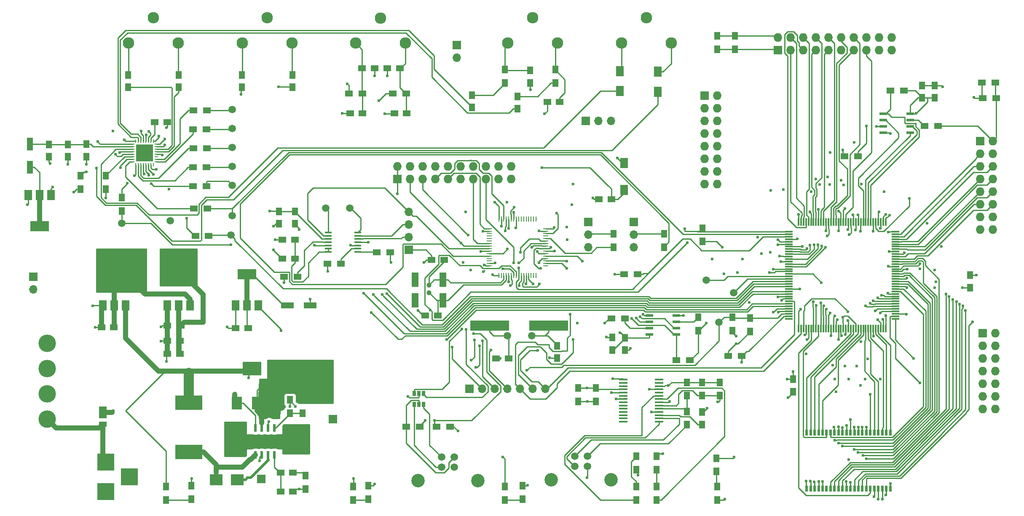
<source format=gbr>
G04 #@! TF.FileFunction,Copper,L1,Top,Signal*
%FSLAX46Y46*%
G04 Gerber Fmt 4.6, Leading zero omitted, Abs format (unit mm)*
G04 Created by KiCad (PCBNEW 4.0.7-e2-6376~58~ubuntu16.04.1) date Mon Aug 27 15:24:17 2018*
%MOMM*%
%LPD*%
G01*
G04 APERTURE LIST*
%ADD10C,0.100000*%
%ADD11R,1.750000X0.450000*%
%ADD12C,1.500000*%
%ADD13R,3.750000X2.700000*%
%ADD14R,1.727200X1.727200*%
%ADD15O,1.727200X1.727200*%
%ADD16R,1.700000X1.700000*%
%ADD17O,1.700000X1.700000*%
%ADD18R,0.250000X1.000000*%
%ADD19R,1.000000X0.250000*%
%ADD20R,1.430000X2.850000*%
%ADD21R,1.500000X1.250000*%
%ADD22C,1.000000*%
%ADD23R,1.600000X2.000000*%
%ADD24R,1.500000X1.300000*%
%ADD25C,1.520000*%
%ADD26C,2.700000*%
%ADD27R,0.650000X1.060000*%
%ADD28R,7.875000X2.000000*%
%ADD29R,1.250000X1.500000*%
%ADD30R,1.300000X1.500000*%
%ADD31R,0.500000X1.200000*%
%ADD32R,1.550000X0.600000*%
%ADD33C,2.300000*%
%ADD34R,0.300000X1.550000*%
%ADD35R,1.550000X0.300000*%
%ADD36R,2.000000X2.500000*%
%ADD37R,2.500000X2.300000*%
%ADD38R,0.600000X1.550000*%
%ADD39R,1.175000X1.175000*%
%ADD40R,5.400040X2.900680*%
%ADD41R,1.500000X2.400000*%
%ADD42R,1.500000X1.050000*%
%ADD43R,3.500000X3.500000*%
%ADD44C,3.500000*%
%ADD45R,3.800000X2.000000*%
%ADD46R,1.500000X2.000000*%
%ADD47R,2.598420X1.198880*%
%ADD48R,2.600960X1.198880*%
%ADD49R,1.450000X0.450000*%
%ADD50R,0.250000X0.700000*%
%ADD51R,0.700000X0.250000*%
%ADD52R,1.725000X1.725000*%
%ADD53R,1.198880X2.598420*%
%ADD54R,1.198880X2.600960*%
%ADD55C,0.600000*%
%ADD56C,1.200000*%
%ADD57C,0.250000*%
%ADD58C,0.500000*%
%ADD59C,1.000000*%
%ADD60C,2.000000*%
%ADD61C,0.254000*%
G04 APERTURE END LIST*
D10*
D11*
X173140000Y-126678000D03*
X173140000Y-127328000D03*
X173140000Y-127978000D03*
X173140000Y-128628000D03*
X173140000Y-129278000D03*
X173140000Y-129928000D03*
X173140000Y-130578000D03*
X173140000Y-131228000D03*
X173140000Y-131878000D03*
X173140000Y-132528000D03*
X173140000Y-133178000D03*
X173140000Y-133828000D03*
X173140000Y-134478000D03*
X173140000Y-135128000D03*
X180340000Y-135128000D03*
X180340000Y-134478000D03*
X180340000Y-133828000D03*
X180340000Y-133178000D03*
X180340000Y-132528000D03*
X180340000Y-131878000D03*
X180340000Y-131228000D03*
X180340000Y-130578000D03*
X180340000Y-129928000D03*
X180340000Y-129278000D03*
X180340000Y-128628000D03*
X180340000Y-127978000D03*
X180340000Y-127328000D03*
X180340000Y-126678000D03*
D12*
X94361000Y-97663000D03*
D13*
X98552000Y-124460000D03*
X106102000Y-124460000D03*
D14*
X204216000Y-60452000D03*
D15*
X204216000Y-57912000D03*
X206756000Y-60452000D03*
X206756000Y-57912000D03*
X209296000Y-60452000D03*
X209296000Y-57912000D03*
X211836000Y-60452000D03*
X211836000Y-57912000D03*
X214376000Y-60452000D03*
X214376000Y-57912000D03*
X216916000Y-60452000D03*
X216916000Y-57912000D03*
X219456000Y-60452000D03*
X219456000Y-57912000D03*
X221996000Y-60452000D03*
X221996000Y-57912000D03*
X224536000Y-60452000D03*
X224536000Y-57912000D03*
X227076000Y-60452000D03*
X227076000Y-57912000D03*
D14*
X189484000Y-69596000D03*
D15*
X192024000Y-69596000D03*
X189484000Y-72136000D03*
X192024000Y-72136000D03*
X189484000Y-74676000D03*
X192024000Y-74676000D03*
X189484000Y-77216000D03*
X192024000Y-77216000D03*
X189484000Y-79756000D03*
X192024000Y-79756000D03*
X189484000Y-82296000D03*
X192024000Y-82296000D03*
X189484000Y-84836000D03*
X192024000Y-84836000D03*
X189484000Y-87376000D03*
X192024000Y-87376000D03*
D16*
X166116000Y-94996000D03*
D17*
X166116000Y-97536000D03*
X166116000Y-100076000D03*
D18*
X148142000Y-105776000D03*
X148642000Y-105776000D03*
X149142000Y-105776000D03*
X149642000Y-105776000D03*
X150142000Y-105776000D03*
X150642000Y-105776000D03*
X151142000Y-105776000D03*
X151642000Y-105776000D03*
X152142000Y-105776000D03*
X152642000Y-105776000D03*
X153142000Y-105776000D03*
X153642000Y-105776000D03*
X154142000Y-105776000D03*
X154642000Y-105776000D03*
X155142000Y-105776000D03*
X155642000Y-105776000D03*
D19*
X157592000Y-103826000D03*
X157592000Y-103326000D03*
X157592000Y-102826000D03*
X157592000Y-102326000D03*
X157592000Y-101826000D03*
X157592000Y-101326000D03*
X157592000Y-100826000D03*
X157592000Y-100326000D03*
X157592000Y-99826000D03*
X157592000Y-99326000D03*
X157592000Y-98826000D03*
X157592000Y-98326000D03*
X157592000Y-97826000D03*
X157592000Y-97326000D03*
X157592000Y-96826000D03*
X157592000Y-96326000D03*
D18*
X155642000Y-94376000D03*
X155142000Y-94376000D03*
X154642000Y-94376000D03*
X154142000Y-94376000D03*
X153642000Y-94376000D03*
X153142000Y-94376000D03*
X152642000Y-94376000D03*
X152142000Y-94376000D03*
X151642000Y-94376000D03*
X151142000Y-94376000D03*
X150642000Y-94376000D03*
X150142000Y-94376000D03*
X149642000Y-94376000D03*
X149142000Y-94376000D03*
X148642000Y-94376000D03*
X148142000Y-94376000D03*
D19*
X146192000Y-96326000D03*
X146192000Y-96826000D03*
X146192000Y-97326000D03*
X146192000Y-97826000D03*
X146192000Y-98326000D03*
X146192000Y-98826000D03*
X146192000Y-99326000D03*
X146192000Y-99826000D03*
X146192000Y-100326000D03*
X146192000Y-100826000D03*
X146192000Y-101326000D03*
X146192000Y-101826000D03*
X146192000Y-102326000D03*
X146192000Y-102826000D03*
X146192000Y-103326000D03*
X146192000Y-103826000D03*
D16*
X175260000Y-94996000D03*
D17*
X175260000Y-97536000D03*
X175260000Y-100076000D03*
D20*
X136927000Y-106637000D03*
X131297000Y-106637000D03*
X131297000Y-110787000D03*
X136927000Y-110787000D03*
D21*
X135870000Y-113792000D03*
X133370000Y-113792000D03*
X137160000Y-102616000D03*
X134660000Y-102616000D03*
D16*
X130048000Y-100584000D03*
D17*
X130048000Y-98044000D03*
X130048000Y-95504000D03*
X130048000Y-92964000D03*
D22*
X134112000Y-107696000D03*
X134112000Y-109196000D03*
D23*
X173355000Y-88552000D03*
X173355000Y-83152000D03*
D21*
X170775000Y-90424000D03*
X168275000Y-90424000D03*
X150094000Y-122428000D03*
X147594000Y-122428000D03*
D14*
X127762000Y-86360000D03*
D15*
X127762000Y-83820000D03*
X130302000Y-86360000D03*
X130302000Y-83820000D03*
X132842000Y-86360000D03*
X132842000Y-83820000D03*
X135382000Y-86360000D03*
X135382000Y-83820000D03*
X137922000Y-86360000D03*
X137922000Y-83820000D03*
X140462000Y-86360000D03*
X140462000Y-83820000D03*
X143002000Y-86360000D03*
X143002000Y-83820000D03*
X145542000Y-86360000D03*
X145542000Y-83820000D03*
X148082000Y-86360000D03*
X148082000Y-83820000D03*
X150622000Y-86360000D03*
X150622000Y-83820000D03*
D24*
X129540000Y-136144000D03*
X132240000Y-136144000D03*
D25*
X136652000Y-142272000D03*
X139192000Y-142272000D03*
X139192000Y-144272000D03*
X136652000Y-144272000D03*
D26*
X131922000Y-146972000D03*
X143922000Y-146972000D03*
D24*
X135636000Y-136144000D03*
X138336000Y-136144000D03*
D27*
X133030000Y-129456000D03*
X132080000Y-129456000D03*
X131130000Y-129456000D03*
X131130000Y-131656000D03*
X133030000Y-131656000D03*
X132080000Y-131656000D03*
D28*
X146304000Y-115824000D03*
X158179000Y-115824000D03*
D29*
X159893000Y-119888000D03*
X159893000Y-122388000D03*
D16*
X142240000Y-128524000D03*
D17*
X144780000Y-128524000D03*
X147320000Y-128524000D03*
X149860000Y-128524000D03*
X152400000Y-128524000D03*
X154940000Y-128524000D03*
X157480000Y-128524000D03*
D16*
X165608000Y-74676000D03*
D17*
X168148000Y-74676000D03*
X170688000Y-74676000D03*
D30*
X152908000Y-148002000D03*
X152908000Y-150702000D03*
X175768000Y-144780000D03*
X175768000Y-142080000D03*
D12*
X149860000Y-117856000D03*
X154740000Y-117856000D03*
D14*
X245364000Y-117348000D03*
D15*
X247904000Y-117348000D03*
X245364000Y-119888000D03*
X247904000Y-119888000D03*
X245364000Y-122428000D03*
X247904000Y-122428000D03*
X245364000Y-124968000D03*
X247904000Y-124968000D03*
X245364000Y-127508000D03*
X247904000Y-127508000D03*
X245364000Y-130048000D03*
X247904000Y-130048000D03*
X245364000Y-132588000D03*
X247904000Y-132588000D03*
D31*
X209996000Y-148609002D03*
X210796000Y-148609002D03*
X211596000Y-148609002D03*
X212396000Y-148609002D03*
X213196000Y-148609002D03*
X213996000Y-148609002D03*
X214796000Y-148609002D03*
X215596000Y-148609002D03*
X216396000Y-148609002D03*
X217196000Y-148609002D03*
X217996000Y-148609002D03*
X218796000Y-148609002D03*
X220396000Y-148609002D03*
X219596000Y-148609002D03*
X221196000Y-148609002D03*
X221996000Y-148609002D03*
X222796000Y-148609002D03*
X223596000Y-148609002D03*
X224396000Y-148609002D03*
X225196000Y-148609002D03*
X225996000Y-148609002D03*
X226796000Y-148609002D03*
X226796000Y-137309002D03*
X225996000Y-137309002D03*
X225196000Y-137309002D03*
X224396000Y-137309002D03*
X223596000Y-137309002D03*
X222796000Y-137309002D03*
X221996000Y-137309002D03*
X221196000Y-137309002D03*
X219596000Y-137309002D03*
X220396000Y-137309002D03*
X218796000Y-137309002D03*
X217996000Y-137309002D03*
X217196000Y-137309002D03*
X216396000Y-137309002D03*
X215596000Y-137309002D03*
X214796000Y-137309002D03*
X213996000Y-137309002D03*
X213196000Y-137309002D03*
X212396000Y-137309002D03*
X211596000Y-137309002D03*
X210796000Y-137309002D03*
X209996000Y-137309002D03*
D29*
X170942000Y-120737000D03*
X170942000Y-118237000D03*
D30*
X167640000Y-128364000D03*
X167640000Y-131064000D03*
D24*
X170782000Y-114427000D03*
X173482000Y-114427000D03*
D29*
X173482000Y-118277000D03*
X173482000Y-120777000D03*
D30*
X164084000Y-128364000D03*
X164084000Y-131064000D03*
X179832000Y-142080000D03*
X179832000Y-144780000D03*
X179832000Y-150876000D03*
X179832000Y-148176000D03*
D25*
X163418000Y-142112000D03*
X165958000Y-142112000D03*
X165958000Y-144112000D03*
X163418000Y-144112000D03*
D26*
X158688000Y-146812000D03*
X170688000Y-146812000D03*
D30*
X149352000Y-150876000D03*
X149352000Y-148176000D03*
X175768000Y-150876000D03*
X175768000Y-148176000D03*
X198628000Y-117000000D03*
X198628000Y-114300000D03*
X188214000Y-116840000D03*
X188214000Y-114140000D03*
X195072000Y-114140000D03*
X195072000Y-116840000D03*
D32*
X183802000Y-117602000D03*
X183802000Y-116332000D03*
X183802000Y-115062000D03*
X183802000Y-113792000D03*
X178402000Y-113792000D03*
X178402000Y-115062000D03*
X178402000Y-116332000D03*
X178402000Y-117602000D03*
D30*
X185928000Y-129921000D03*
X185928000Y-127221000D03*
X188976000Y-129921000D03*
X188976000Y-127221000D03*
X192532000Y-129921000D03*
X192532000Y-127221000D03*
D24*
X186516000Y-122809000D03*
X183816000Y-122809000D03*
X194230000Y-121920000D03*
X196930000Y-121920000D03*
D29*
X207264000Y-126619000D03*
X207264000Y-129119000D03*
D30*
X191897000Y-142461000D03*
X191897000Y-145161000D03*
D29*
X188976000Y-135723000D03*
X188976000Y-133223000D03*
D30*
X192024000Y-150876000D03*
X192024000Y-148176000D03*
X185928000Y-135763000D03*
X185928000Y-133063000D03*
D29*
X151892000Y-72243000D03*
X151892000Y-69743000D03*
X142748000Y-72009000D03*
X142748000Y-69509000D03*
D30*
X159512000Y-67056000D03*
X159512000Y-64356000D03*
D16*
X139700000Y-59436000D03*
D17*
X139700000Y-61976000D03*
D29*
X154432000Y-64556000D03*
X154432000Y-67056000D03*
D33*
X154940000Y-53975000D03*
X159940000Y-58975000D03*
X149940000Y-58975000D03*
D30*
X149352000Y-67056000D03*
X149352000Y-64356000D03*
D33*
X177800000Y-53975000D03*
X182800000Y-58975000D03*
X172800000Y-58975000D03*
D21*
X160401000Y-70866000D03*
X157901000Y-70866000D03*
D23*
X172466000Y-68675000D03*
X172466000Y-64675000D03*
X180086000Y-68802000D03*
X180086000Y-64802000D03*
D12*
X195326000Y-109220000D03*
D30*
X181356000Y-97376000D03*
X181356000Y-100076000D03*
X171196000Y-97376000D03*
X171196000Y-100076000D03*
D24*
X118030000Y-69215000D03*
X120730000Y-69215000D03*
D21*
X128250000Y-64135000D03*
X125750000Y-64135000D03*
X120670000Y-64135000D03*
X123170000Y-64135000D03*
X118257000Y-73152000D03*
X120757000Y-73152000D03*
X127167000Y-73152000D03*
X129667000Y-73152000D03*
D33*
X124380000Y-54055000D03*
X129380000Y-59055000D03*
X119380000Y-59055000D03*
D24*
X126840000Y-69215000D03*
X129540000Y-69215000D03*
D12*
X192405000Y-115189000D03*
X189865000Y-106680000D03*
D24*
X173355000Y-105537000D03*
X176055000Y-105537000D03*
D30*
X189103000Y-98933000D03*
X189103000Y-96233000D03*
D24*
X217598000Y-81788000D03*
X220298000Y-81788000D03*
D30*
X195580000Y-57578000D03*
X195580000Y-60278000D03*
X192024000Y-57578000D03*
X192024000Y-60278000D03*
D24*
X226822000Y-68580000D03*
X229522000Y-68580000D03*
D32*
X225392000Y-73279000D03*
X225392000Y-74549000D03*
X225392000Y-75819000D03*
X225392000Y-77089000D03*
X230792000Y-77089000D03*
X230792000Y-75819000D03*
X230792000Y-74549000D03*
X230792000Y-73279000D03*
D29*
X242824000Y-108204000D03*
X242824000Y-105704000D03*
D14*
X244856000Y-78740000D03*
D15*
X247396000Y-78740000D03*
X244856000Y-81280000D03*
X247396000Y-81280000D03*
X244856000Y-83820000D03*
X247396000Y-83820000D03*
X244856000Y-86360000D03*
X247396000Y-86360000D03*
X244856000Y-88900000D03*
X247396000Y-88900000D03*
X244856000Y-91440000D03*
X247396000Y-91440000D03*
X244856000Y-93980000D03*
X247396000Y-93980000D03*
X244856000Y-96520000D03*
X247396000Y-96520000D03*
D34*
X225876000Y-94996000D03*
X225376000Y-94996000D03*
X224876000Y-94996000D03*
X224376000Y-94996000D03*
X223876000Y-94996000D03*
X223376000Y-94996000D03*
X222876000Y-94996000D03*
X222376000Y-94996000D03*
X221876000Y-94996000D03*
X221376000Y-94996000D03*
X220876000Y-94996000D03*
X220376000Y-94996000D03*
X219876000Y-94996000D03*
X219376000Y-94996000D03*
X218876000Y-94996000D03*
X218376000Y-94996000D03*
X217876000Y-94996000D03*
X217376000Y-94996000D03*
X216876000Y-94996000D03*
X216376000Y-94996000D03*
X215876000Y-94996000D03*
X215376000Y-94996000D03*
X214876000Y-94996000D03*
X214376000Y-94996000D03*
X213876000Y-94996000D03*
X213376000Y-94996000D03*
X212876000Y-94996000D03*
X212376000Y-94996000D03*
X211876000Y-94996000D03*
X211376000Y-94996000D03*
X210876000Y-94996000D03*
X210376000Y-94996000D03*
X209876000Y-94996000D03*
X209376000Y-94996000D03*
X208876000Y-94996000D03*
X208376000Y-94996000D03*
D35*
X206426000Y-96946000D03*
X206426000Y-97446000D03*
X206426000Y-97946000D03*
X206426000Y-98446000D03*
X206426000Y-98946000D03*
X206426000Y-99446000D03*
X206426000Y-99946000D03*
X206426000Y-100446000D03*
X206426000Y-100946000D03*
X206426000Y-101446000D03*
X206426000Y-101946000D03*
X206426000Y-102446000D03*
X206426000Y-102946000D03*
X206426000Y-103446000D03*
X206426000Y-103946000D03*
X206426000Y-104446000D03*
X206426000Y-104946000D03*
X206426000Y-105446000D03*
X206426000Y-105946000D03*
X206426000Y-106446000D03*
X206426000Y-106946000D03*
X206426000Y-107446000D03*
X206426000Y-107946000D03*
X206426000Y-108446000D03*
X206426000Y-108946000D03*
X206426000Y-109446000D03*
X206426000Y-109946000D03*
X206426000Y-110446000D03*
X206426000Y-110946000D03*
X206426000Y-111446000D03*
X206426000Y-111946000D03*
X206426000Y-112446000D03*
X206426000Y-112946000D03*
X206426000Y-113446000D03*
X206426000Y-113946000D03*
X206426000Y-114446000D03*
D34*
X208376000Y-116396000D03*
X208876000Y-116396000D03*
X209376000Y-116396000D03*
X209876000Y-116396000D03*
X210376000Y-116396000D03*
X210876000Y-116396000D03*
X211376000Y-116396000D03*
X211876000Y-116396000D03*
X212376000Y-116396000D03*
X212876000Y-116396000D03*
X213376000Y-116396000D03*
X213876000Y-116396000D03*
X214376000Y-116396000D03*
X214876000Y-116396000D03*
X215376000Y-116396000D03*
X215876000Y-116396000D03*
X216376000Y-116396000D03*
X216876000Y-116396000D03*
X217376000Y-116396000D03*
X217876000Y-116396000D03*
X218376000Y-116396000D03*
X218876000Y-116396000D03*
X219376000Y-116396000D03*
X219876000Y-116396000D03*
X220376000Y-116396000D03*
X220876000Y-116396000D03*
X221376000Y-116396000D03*
X221876000Y-116396000D03*
X222376000Y-116396000D03*
X222876000Y-116396000D03*
X223376000Y-116396000D03*
X223876000Y-116396000D03*
X224376000Y-116396000D03*
X224876000Y-116396000D03*
X225376000Y-116396000D03*
X225876000Y-116396000D03*
D35*
X227826000Y-114446000D03*
X227826000Y-113946000D03*
X227826000Y-113446000D03*
X227826000Y-112946000D03*
X227826000Y-112446000D03*
X227826000Y-111946000D03*
X227826000Y-111446000D03*
X227826000Y-110946000D03*
X227826000Y-110446000D03*
X227826000Y-109946000D03*
X227826000Y-109446000D03*
X227826000Y-108946000D03*
X227826000Y-108446000D03*
X227826000Y-107946000D03*
X227826000Y-107446000D03*
X227826000Y-106946000D03*
X227826000Y-106446000D03*
X227826000Y-105946000D03*
X227826000Y-105446000D03*
X227826000Y-104946000D03*
X227826000Y-104446000D03*
X227826000Y-103946000D03*
X227826000Y-103446000D03*
X227826000Y-102946000D03*
X227826000Y-102446000D03*
X227826000Y-101946000D03*
X227826000Y-101446000D03*
X227826000Y-100946000D03*
X227826000Y-100446000D03*
X227826000Y-99946000D03*
X227826000Y-99446000D03*
X227826000Y-98946000D03*
X227826000Y-98446000D03*
X227826000Y-97946000D03*
X227826000Y-97446000D03*
X227826000Y-96946000D03*
D24*
X247880998Y-66973001D03*
X245180998Y-66973001D03*
D29*
X233172000Y-70064000D03*
X233172000Y-67564000D03*
X235712000Y-70064000D03*
X235712000Y-67564000D03*
D24*
X248064000Y-70104000D03*
X245364000Y-70104000D03*
X236380000Y-75692000D03*
X233680000Y-75692000D03*
D21*
X104287000Y-145415000D03*
X106787000Y-145415000D03*
D36*
X95536000Y-131445000D03*
X99536000Y-131445000D03*
D30*
X108712000Y-133430000D03*
X108712000Y-130730000D03*
D37*
X91322000Y-146812000D03*
X95622000Y-146812000D03*
D16*
X100457000Y-146685000D03*
X114808000Y-134620000D03*
D30*
X106172000Y-130730000D03*
X106172000Y-133430000D03*
D38*
X99234500Y-141812500D03*
X100504500Y-141812500D03*
X101774500Y-141812500D03*
X103044500Y-141812500D03*
X103044500Y-136412500D03*
X101774500Y-136412500D03*
X100504500Y-136412500D03*
X99234500Y-136412500D03*
D39*
X101727000Y-138525000D03*
X100552000Y-138525000D03*
X101727000Y-139700000D03*
X100552000Y-139700000D03*
D30*
X86360000Y-150702000D03*
X86360000Y-148002000D03*
X81280000Y-150876000D03*
X81280000Y-148176000D03*
D40*
X85852000Y-141224000D03*
X85852000Y-131323080D03*
D41*
X68580000Y-133261000D03*
D42*
X68580000Y-135636000D03*
D43*
X69215000Y-143225000D03*
X69215000Y-149225000D03*
X73915000Y-146225000D03*
D44*
X57404000Y-134620000D03*
X57404000Y-129540000D03*
X57404000Y-124460000D03*
X57404000Y-119380000D03*
D21*
X104287000Y-149225000D03*
X106787000Y-149225000D03*
D30*
X121920000Y-148002000D03*
X121920000Y-150702000D03*
X118872000Y-150876000D03*
X118872000Y-148176000D03*
X109347000Y-145970000D03*
X109347000Y-148670000D03*
D21*
X84054000Y-121539000D03*
X81554000Y-121539000D03*
D24*
X84234000Y-115824000D03*
X81534000Y-115824000D03*
D21*
X84054000Y-118872000D03*
X81554000Y-118872000D03*
X70826000Y-116205000D03*
X68326000Y-116205000D03*
D45*
X83804240Y-105460000D03*
D46*
X83804240Y-111760000D03*
X86104240Y-111760000D03*
X81504240Y-111760000D03*
D45*
X55880000Y-95885000D03*
D46*
X55880000Y-89585000D03*
X53580000Y-89585000D03*
X58180000Y-89585000D03*
D16*
X54610000Y-106045000D03*
D17*
X54610000Y-108585000D03*
D45*
X70866000Y-105435000D03*
D46*
X70866000Y-111735000D03*
X73166000Y-111735000D03*
X68566000Y-111735000D03*
D21*
X97770000Y-116332000D03*
X95270000Y-116332000D03*
D47*
X110236000Y-111760000D03*
D48*
X105633520Y-111760000D03*
D24*
X107729000Y-106045000D03*
X105029000Y-106045000D03*
D45*
X97536000Y-105460000D03*
D46*
X97536000Y-111760000D03*
X99836000Y-111760000D03*
X95236000Y-111760000D03*
D49*
X113890000Y-97110000D03*
X113890000Y-97760000D03*
X113890000Y-98410000D03*
X113890000Y-99060000D03*
X113890000Y-99710000D03*
X113890000Y-100360000D03*
X113890000Y-101010000D03*
X119790000Y-101010000D03*
X119790000Y-100360000D03*
X119790000Y-99710000D03*
X119790000Y-99060000D03*
X119790000Y-98410000D03*
X119790000Y-97760000D03*
X119790000Y-97110000D03*
D29*
X107188000Y-92857000D03*
X107188000Y-95357000D03*
X104013000Y-92857000D03*
X104013000Y-95357000D03*
D21*
X107168000Y-98552000D03*
X104668000Y-98552000D03*
X107168000Y-102362000D03*
X104668000Y-102362000D03*
D12*
X113357000Y-92202000D03*
X118237000Y-92202000D03*
D24*
X89417639Y-87796615D03*
X86717639Y-87796615D03*
X89417639Y-83986615D03*
X86717639Y-83986615D03*
X89497639Y-80176615D03*
X86797639Y-80176615D03*
D12*
X94615000Y-83820000D03*
X94615000Y-80010000D03*
D21*
X79014000Y-74930000D03*
X81514000Y-74930000D03*
D29*
X65278000Y-79375000D03*
X65278000Y-81875000D03*
D50*
X75225000Y-83525000D03*
X75725000Y-83525000D03*
X76225000Y-83525000D03*
X76725000Y-83525000D03*
X77225000Y-83525000D03*
X77725000Y-83525000D03*
X78225000Y-83525000D03*
X78725000Y-83525000D03*
D51*
X79375000Y-82875000D03*
X79375000Y-82375000D03*
X79375000Y-81875000D03*
X79375000Y-81375000D03*
X79375000Y-80875000D03*
X79375000Y-80375000D03*
X79375000Y-79875000D03*
X79375000Y-79375000D03*
D50*
X78725000Y-78725000D03*
X78225000Y-78725000D03*
X77725000Y-78725000D03*
X77225000Y-78725000D03*
X76725000Y-78725000D03*
X76225000Y-78725000D03*
X75725000Y-78725000D03*
X75225000Y-78725000D03*
D51*
X74575000Y-79375000D03*
X74575000Y-79875000D03*
X74575000Y-80375000D03*
X74575000Y-80875000D03*
X74575000Y-81375000D03*
X74575000Y-81875000D03*
X74575000Y-82375000D03*
X74575000Y-82875000D03*
D52*
X77837500Y-80262500D03*
X76112500Y-80262500D03*
X77837500Y-81987500D03*
X76112500Y-81987500D03*
D12*
X82169000Y-94742000D03*
D24*
X89497639Y-72556615D03*
X86797639Y-72556615D03*
X89417639Y-76366615D03*
X86717639Y-76366615D03*
D12*
X94615000Y-72390000D03*
X94615000Y-76200000D03*
D30*
X69215000Y-88425000D03*
X69215000Y-85725000D03*
X72390000Y-92790000D03*
X72390000Y-90090000D03*
D12*
X72390000Y-95250000D03*
D29*
X57785000Y-79395000D03*
X57785000Y-81895000D03*
D30*
X64135000Y-88425000D03*
X64135000Y-85725000D03*
D53*
X53975000Y-79375000D03*
D54*
X53975000Y-83977480D03*
D29*
X61595000Y-79395000D03*
X61595000Y-81895000D03*
D33*
X78740000Y-53975000D03*
X83740000Y-58975000D03*
X73740000Y-58975000D03*
D29*
X83820000Y-67925000D03*
X83820000Y-65425000D03*
X106680000Y-67925000D03*
X106680000Y-65425000D03*
X73660000Y-67925000D03*
X73660000Y-65425000D03*
X96520000Y-67925000D03*
X96520000Y-65425000D03*
D33*
X101600000Y-53975000D03*
X106600000Y-58975000D03*
X96600000Y-58975000D03*
D12*
X94615000Y-87630000D03*
D24*
X89878639Y-97829615D03*
X87178639Y-97829615D03*
D12*
X94615000Y-93726000D03*
D24*
X89568000Y-92329000D03*
X86868000Y-92329000D03*
X113712000Y-103378000D03*
X116412000Y-103378000D03*
X126318000Y-101092000D03*
X123618000Y-101092000D03*
D55*
X76112500Y-81987500D03*
X77837500Y-81987500D03*
X77837500Y-80262500D03*
X76112500Y-80262500D03*
X140948771Y-103096502D03*
X102108000Y-92837000D03*
X110236000Y-110490000D03*
X223774000Y-112903000D03*
X225933000Y-113792002D03*
X66548000Y-111887000D03*
X102870000Y-100584000D03*
X206248000Y-130302000D03*
X178816000Y-133223000D03*
X182499000Y-131064000D03*
X178435000Y-128651000D03*
X214757000Y-81026000D03*
X219583000Y-78994000D03*
X80264000Y-116078000D03*
X80264000Y-118999000D03*
X195834000Y-117983000D03*
X81407000Y-123063000D03*
X104013000Y-129540000D03*
X111760000Y-129540000D03*
X110490000Y-129540000D03*
X105410000Y-128270000D03*
X107950000Y-128270000D03*
X107950000Y-127000000D03*
X111760000Y-127000000D03*
X110490000Y-127000000D03*
X109220000Y-127000000D03*
X109220000Y-128270000D03*
X110490000Y-128270000D03*
X111760000Y-128270000D03*
X113157000Y-128270000D03*
X114046000Y-129540000D03*
X114046000Y-128270000D03*
X113988010Y-126422990D03*
X58547000Y-88011000D03*
X62738000Y-89027000D03*
X153924000Y-147955000D03*
X167021000Y-90170000D03*
X171958000Y-82169000D03*
X123190000Y-147701000D03*
X129921000Y-130048000D03*
X139954000Y-137033000D03*
X171704000Y-130556000D03*
X165989000Y-131064000D03*
X165862000Y-146431000D03*
X189992000Y-132461000D03*
X182245000Y-127889000D03*
X162814000Y-91567000D03*
X163068000Y-87376000D03*
X142494000Y-104648000D03*
X147447000Y-103251000D03*
X97663000Y-146399000D03*
X101854000Y-142875000D03*
X108077000Y-148670000D03*
X86487000Y-146558000D03*
X141478000Y-92964000D03*
X153616330Y-107451999D03*
X148393989Y-122428000D03*
X158333000Y-122301000D03*
X148717000Y-95885000D03*
X156210000Y-96774000D03*
X161925000Y-98552000D03*
X149820000Y-91059000D03*
X161798000Y-104325999D03*
X185293000Y-113792000D03*
X174625000Y-120396000D03*
X169799000Y-118110000D03*
X193548000Y-150689979D03*
X218821000Y-147320000D03*
X210058000Y-118618000D03*
X217297000Y-114173000D03*
X217419417Y-87540999D03*
X214249000Y-85979000D03*
X133096000Y-103124000D03*
X131953000Y-112776000D03*
X93599000Y-116078000D03*
X103251000Y-98552000D03*
X102870000Y-95885000D03*
X118364000Y-99695000D03*
X108049559Y-96547441D03*
X111058942Y-99634058D03*
X57971564Y-83252436D03*
X154559000Y-68453000D03*
X157353000Y-73279000D03*
X72009000Y-81026000D03*
X70612000Y-76708000D03*
X81407000Y-76073000D03*
X79883000Y-77724000D03*
X123190000Y-65658996D03*
X125730000Y-65659000D03*
X80518000Y-81500010D03*
X65278000Y-83439000D03*
X61595000Y-83439000D03*
X81915000Y-88421615D03*
X79375000Y-84455000D03*
X219837000Y-96647000D03*
X226822000Y-77216000D03*
X237363000Y-67818000D03*
X243586000Y-69977000D03*
X203327000Y-113157000D03*
X204978000Y-110744000D03*
X208788000Y-112522000D03*
X226441000Y-103886000D03*
X226568000Y-100965000D03*
X226441000Y-97028000D03*
X224790000Y-96266000D03*
X212979000Y-107188000D03*
X204597000Y-101854000D03*
X204851000Y-102997000D03*
X213868000Y-96774000D03*
X218059000Y-135890000D03*
X209921010Y-121539000D03*
X218431859Y-142781857D03*
X220853000Y-127889000D03*
X198464575Y-111156324D03*
X193421000Y-105410000D03*
X244094000Y-105664000D03*
X215900000Y-129159000D03*
X67056000Y-116205000D03*
X205359000Y-88519000D03*
X202819000Y-88646000D03*
X212598000Y-87503000D03*
X214630000Y-87503000D03*
X237109000Y-99949000D03*
X220091000Y-123952000D03*
X217678000Y-123952000D03*
X191008000Y-102489000D03*
X197104000Y-102489000D03*
X210947000Y-88900000D03*
X215265000Y-123824996D03*
X222250000Y-122555000D03*
X234188000Y-95250000D03*
X235712000Y-104648000D03*
X235712000Y-108204000D03*
X225552000Y-88900000D03*
X200192000Y-98084000D03*
X148971000Y-104394000D03*
X156845000Y-84074000D03*
X151130000Y-103235010D03*
X155067000Y-107442000D03*
X150114000Y-107061000D03*
X196088000Y-105156000D03*
X208661000Y-108458000D03*
X217292493Y-80518000D03*
X171450000Y-105537000D03*
X232791000Y-104394000D03*
X232029000Y-73152000D03*
X193040006Y-100076000D03*
X181102000Y-141605000D03*
X176149000Y-145923000D03*
X146878051Y-105603051D03*
X165862000Y-128364000D03*
X161798000Y-102869990D03*
X145229918Y-103642000D03*
X145034000Y-105029000D03*
X127762000Y-89348999D03*
X195800261Y-119507000D03*
X159258000Y-96139000D03*
X161798000Y-96012000D03*
X70485000Y-100965000D03*
X74422000Y-104902000D03*
X147320000Y-91059000D03*
X172482000Y-117277000D03*
X189865000Y-115316000D03*
X169418000Y-115316000D03*
X163957000Y-115316000D03*
X217678000Y-92329000D03*
X216916000Y-86614000D03*
X105029000Y-107188000D03*
X104394000Y-116840000D03*
X69215000Y-90170000D03*
X78740000Y-85471000D03*
X204343000Y-113157000D03*
X232790990Y-103378011D03*
X229616000Y-101219000D03*
X209679551Y-117731551D03*
X235975990Y-107061009D03*
X230124000Y-106289010D03*
X223452021Y-117983000D03*
X210643978Y-92938487D03*
X204216000Y-110071010D03*
X217932000Y-147193000D03*
X202565000Y-105156000D03*
X221742000Y-126545011D03*
X218440000Y-126545011D03*
X215646000Y-126545011D03*
X217001000Y-117856000D03*
X224790000Y-126545011D03*
X218821000Y-134747000D03*
X206121000Y-126545011D03*
X72009000Y-102489000D03*
X208407000Y-93472000D03*
X216376000Y-96742000D03*
X207264000Y-125095000D03*
X214884000Y-117856000D03*
X241300000Y-108204000D03*
X230124000Y-108204010D03*
X220980000Y-87376000D03*
X224536000Y-92964000D03*
X202692000Y-101092000D03*
X204216000Y-99568000D03*
X150495000Y-107823000D03*
X159766000Y-93217996D03*
X95123000Y-129667000D03*
X70739000Y-132969000D03*
X192151000Y-131191000D03*
X107315000Y-132080000D03*
X97917000Y-126365000D03*
X106172000Y-132080000D03*
X94996000Y-124968000D03*
X53467000Y-91567000D03*
X126492000Y-103124000D03*
X216451021Y-92837000D03*
X220914647Y-119060647D03*
X230251000Y-104521000D03*
X212344000Y-92455994D03*
X86360000Y-101863999D03*
X84963000Y-101863999D03*
X83693000Y-102362000D03*
X200914000Y-101346000D03*
X216408000Y-118618000D03*
X203276999Y-104470999D03*
X211836000Y-86360000D03*
X81026000Y-79502000D03*
X103886000Y-67818000D03*
X67564000Y-78867000D03*
X67292009Y-84201000D03*
X81025994Y-78359000D03*
X96393000Y-69342000D03*
X76327000Y-76708000D03*
X116713000Y-73152000D03*
X77326667Y-77444781D03*
X125222000Y-73279000D03*
X72898000Y-78486000D03*
X71120000Y-81407000D03*
X152273000Y-107823000D03*
X153797000Y-124841000D03*
X146558000Y-120777000D03*
X100076000Y-143002000D03*
X101981000Y-135128000D03*
X138811000Y-120142000D03*
X134409345Y-112688655D03*
X185547000Y-96393002D03*
X186055000Y-99187000D03*
X152146000Y-104267000D03*
X144907000Y-118872000D03*
X156317012Y-107442000D03*
X162441501Y-113546501D03*
X163068000Y-118618000D03*
X156591000Y-104325999D03*
X158623000Y-100045000D03*
X196977000Y-123190000D03*
X154813004Y-100076000D03*
X155956000Y-120786990D03*
X122936000Y-109591001D03*
X125669051Y-109407949D03*
X72136000Y-84074008D03*
X65278000Y-84963000D03*
X137671129Y-118632416D03*
X122555000Y-113175870D03*
X121031000Y-109347000D03*
X124714000Y-109591000D03*
X225298000Y-114554000D03*
X231521000Y-122428000D03*
X224282000Y-114681006D03*
X232791000Y-127381000D03*
X144526000Y-100965000D03*
X149860000Y-100457000D03*
X140538108Y-99196990D03*
X141986000Y-97663000D03*
X144980250Y-96902771D03*
X113792000Y-104902000D03*
X94361000Y-99568000D03*
X226641169Y-93614268D03*
X151257000Y-92075000D03*
X151130000Y-93091000D03*
X225858036Y-93450851D03*
X204216000Y-98552000D03*
X209169000Y-99949000D03*
X210058000Y-100330000D03*
X210693000Y-99695000D03*
X211482117Y-99563481D03*
X212282104Y-99568400D03*
X213033877Y-99841969D03*
X213793364Y-100093330D03*
X214122000Y-97790000D03*
X218313000Y-96520000D03*
X218567000Y-97536000D03*
X219329000Y-93589000D03*
X220345000Y-93599000D03*
X220853000Y-96901000D03*
X143256000Y-118745000D03*
X118999000Y-146558000D03*
X142621000Y-122809000D03*
X152527000Y-101092000D03*
X148971000Y-142240000D03*
X143510000Y-124206000D03*
X144272000Y-119888000D03*
X152146000Y-103251000D03*
X156226163Y-103233199D03*
X174879000Y-114427000D03*
X143129000Y-117475000D03*
X151577058Y-96199942D03*
X135255000Y-134874000D03*
X133350000Y-134874000D03*
X208151321Y-98426679D03*
X195453000Y-142239996D03*
X224028000Y-75819000D03*
X221996000Y-75692000D03*
X77841594Y-76832515D03*
X117729000Y-67192999D03*
X124079000Y-70612000D03*
X77851000Y-85598000D03*
X85471000Y-94234000D03*
X76871948Y-85375846D03*
X78321894Y-87298023D03*
X73532994Y-87249000D03*
X74930000Y-85725000D03*
X175768000Y-114300000D03*
X164972295Y-102863999D03*
X155874283Y-100943011D03*
X176525741Y-114014397D03*
X177172881Y-113544065D03*
X159385000Y-100838000D03*
X150114000Y-96266000D03*
X141605000Y-116586000D03*
X140722215Y-116465215D03*
X149479000Y-96774000D03*
X97536000Y-139700000D03*
X97536000Y-138525000D03*
X95504000Y-138684000D03*
X94488000Y-138684000D03*
X93472000Y-138684000D03*
X105664000Y-141224000D03*
X106680000Y-141224000D03*
X107696000Y-141224000D03*
X108712000Y-141224000D03*
X109728000Y-141224000D03*
X109728000Y-139700000D03*
X108712000Y-139700000D03*
X107696000Y-139700000D03*
X106680000Y-139700000D03*
X105664000Y-139700000D03*
X105664000Y-138176000D03*
X106680000Y-138176000D03*
X107696000Y-138176000D03*
X108712000Y-138176000D03*
X109728000Y-138176000D03*
X109728000Y-136652000D03*
X108712000Y-136652000D03*
X107696000Y-136652000D03*
X106680000Y-136652000D03*
X105664000Y-136652000D03*
X93472000Y-141224000D03*
X94488000Y-141224000D03*
X95504000Y-141224000D03*
X96520000Y-141224000D03*
X96520000Y-139700000D03*
X95504000Y-139700000D03*
X94488000Y-139700000D03*
X93472000Y-139700000D03*
X96520000Y-137668000D03*
X95504000Y-137668000D03*
X94488000Y-137668000D03*
X93472000Y-137668000D03*
X96520000Y-136144000D03*
X95504000Y-136144000D03*
X94488000Y-136144000D03*
X93472000Y-136144000D03*
D56*
X100552000Y-139700000D03*
X101727000Y-138525000D03*
D55*
X230632000Y-90296998D03*
X170815000Y-129286000D03*
X171069000Y-126492000D03*
X223393000Y-96901000D03*
X218313000Y-113029986D03*
X222758000Y-129667000D03*
X224406041Y-150689979D03*
X211328000Y-110998000D03*
X223520000Y-150239968D03*
X211930974Y-111797503D03*
X212852000Y-111252000D03*
X226822000Y-147574000D03*
X225933000Y-149860000D03*
X213487000Y-111887000D03*
X225206048Y-150687291D03*
X213995000Y-112522000D03*
X214757000Y-113284000D03*
X213233000Y-147193006D03*
X215646000Y-113919000D03*
X212433001Y-147188417D03*
X216154000Y-114681000D03*
X211546513Y-147256493D03*
X210772625Y-147053721D03*
X217800559Y-117597559D03*
X209931000Y-147066000D03*
X218313000Y-114808000D03*
X230068001Y-113528000D03*
X243305768Y-115105446D03*
X224790000Y-113284000D03*
X241935000Y-112776000D03*
X221869000Y-111887000D03*
X241409961Y-111873286D03*
X240688200Y-111528228D03*
X222752998Y-111351001D03*
X223393000Y-110870979D03*
X240110543Y-110974771D03*
X224282000Y-110245990D03*
X239395000Y-110617000D03*
X225044000Y-109728000D03*
X238633000Y-109982000D03*
X226314000Y-109345968D03*
X237998000Y-109474000D03*
X215519000Y-136271000D03*
X215646000Y-138859003D03*
X216408000Y-136144000D03*
X216408000Y-139436000D03*
X217192466Y-136300893D03*
X217189999Y-140061001D03*
X219583000Y-136271000D03*
X219583000Y-140686001D03*
X220383003Y-136271000D03*
X220345000Y-141311001D03*
X221183006Y-136271000D03*
X221286764Y-141936001D03*
X221996000Y-142560990D03*
X221996000Y-136271000D03*
X121920000Y-99060000D03*
D57*
X102108000Y-92837000D02*
X103993000Y-92837000D01*
X103993000Y-92837000D02*
X104013000Y-92857000D01*
X110236000Y-110910560D02*
X110236000Y-110490000D01*
X110236000Y-111760000D02*
X110236000Y-110910560D01*
X104013000Y-92857000D02*
X104888000Y-92857000D01*
X104888000Y-92857000D02*
X107188000Y-92857000D01*
X113890000Y-98410000D02*
X112616000Y-98410000D01*
X112616000Y-98410000D02*
X107188000Y-92982000D01*
X107188000Y-92982000D02*
X107188000Y-92857000D01*
X159893000Y-122388000D02*
X158420000Y-122388000D01*
X158420000Y-122388000D02*
X158333000Y-122301000D01*
X195580000Y-60278000D02*
X204042000Y-60278000D01*
X204042000Y-60278000D02*
X204216000Y-60452000D01*
X192024000Y-60278000D02*
X192924000Y-60278000D01*
X192924000Y-60278000D02*
X195580000Y-60278000D01*
X224073999Y-112603001D02*
X223774000Y-112903000D01*
X224231000Y-112446000D02*
X224073999Y-112603001D01*
X227826000Y-112446000D02*
X224231000Y-112446000D01*
X225933000Y-115314000D02*
X225933000Y-113792002D01*
X225876000Y-116396000D02*
X225876000Y-115371000D01*
X225876000Y-115371000D02*
X225933000Y-115314000D01*
X68566000Y-111735000D02*
X66700000Y-111735000D01*
X66700000Y-111735000D02*
X66548000Y-111887000D01*
X102870000Y-100689000D02*
X102870000Y-100584000D01*
X104543000Y-102362000D02*
X102870000Y-100689000D01*
X104668000Y-102362000D02*
X104543000Y-102362000D01*
X207264000Y-129119000D02*
X207264000Y-129286000D01*
X207264000Y-129286000D02*
X206248000Y-130302000D01*
X173140000Y-130578000D02*
X171726000Y-130578000D01*
X171726000Y-130578000D02*
X171704000Y-130556000D01*
X178816000Y-133223000D02*
X180295000Y-133223000D01*
X180295000Y-133223000D02*
X180340000Y-133178000D01*
X180340000Y-131228000D02*
X182335000Y-131228000D01*
X182335000Y-131228000D02*
X182499000Y-131064000D01*
X178435000Y-128651000D02*
X180317000Y-128651000D01*
X180317000Y-128651000D02*
X180340000Y-128628000D01*
D58*
X97663000Y-146399000D02*
X98330000Y-146399000D01*
X98330000Y-146399000D02*
X101774500Y-142954500D01*
X101774500Y-142954500D02*
X101774500Y-142287500D01*
D57*
X81534000Y-115824000D02*
X80518000Y-115824000D01*
X80518000Y-115824000D02*
X80264000Y-116078000D01*
X81554000Y-118872000D02*
X80391000Y-118872000D01*
X80391000Y-118872000D02*
X80264000Y-118999000D01*
X219876000Y-115478814D02*
X219456000Y-115058814D01*
X219456000Y-115058814D02*
X219183524Y-114786338D01*
X217297000Y-114173000D02*
X217596999Y-113873001D01*
X217596999Y-113873001D02*
X218270187Y-113873001D01*
X218270187Y-113873001D02*
X219456000Y-115058814D01*
X195072000Y-116840000D02*
X195072000Y-117221000D01*
X195072000Y-117221000D02*
X195834000Y-117983000D01*
X81407000Y-123063000D02*
X81407000Y-121686000D01*
X81407000Y-121686000D02*
X81554000Y-121539000D01*
X206426000Y-105446000D02*
X211237000Y-105446000D01*
X211237000Y-105446000D02*
X212979000Y-107188000D01*
X104013000Y-129540000D02*
X104013000Y-128270000D01*
X104013000Y-131445000D02*
X104013000Y-129540000D01*
X105410000Y-128270000D02*
X107950000Y-128270000D01*
X104013000Y-128270000D02*
X105410000Y-128270000D01*
X111760000Y-127127000D02*
X111760000Y-127000000D01*
X114046000Y-129540000D02*
X114046000Y-130429000D01*
X114046000Y-128270000D02*
X114046000Y-129540000D01*
X114046000Y-126480980D02*
X114046000Y-128270000D01*
X111760000Y-128270000D02*
X111760000Y-127127000D01*
X110490000Y-128270000D02*
X110490000Y-127000000D01*
X109220000Y-128270000D02*
X110490000Y-128270000D01*
X107950000Y-128270000D02*
X109220000Y-128270000D01*
X109220000Y-128270000D02*
X109220000Y-127000000D01*
X107950000Y-128270000D02*
X107950000Y-127000000D01*
X110490000Y-128270000D02*
X111760000Y-128270000D01*
X110490000Y-128270000D02*
X110490000Y-129540000D01*
X111760000Y-129286000D02*
X111760000Y-129540000D01*
X111760000Y-128270000D02*
X113157000Y-128270000D01*
X111760000Y-128270000D02*
X111760000Y-129286000D01*
X99536000Y-131445000D02*
X104013000Y-131445000D01*
X114046000Y-130429000D02*
X113745000Y-130730000D01*
X113745000Y-130730000D02*
X108712000Y-130730000D01*
X113988010Y-126422990D02*
X114046000Y-126480980D01*
X106464990Y-126422990D02*
X113988010Y-126422990D01*
X106102000Y-124460000D02*
X106102000Y-126060000D01*
X106102000Y-126060000D02*
X106464990Y-126422990D01*
X99536000Y-131445000D02*
X99536000Y-128901000D01*
X99536000Y-128901000D02*
X103977000Y-124460000D01*
X103977000Y-124460000D02*
X106102000Y-124460000D01*
X58180000Y-89585000D02*
X58180000Y-88378000D01*
X58180000Y-88378000D02*
X58547000Y-88011000D01*
X64135000Y-88425000D02*
X63340000Y-88425000D01*
X63340000Y-88425000D02*
X62738000Y-89027000D01*
X152908000Y-148002000D02*
X153877000Y-148002000D01*
X153877000Y-148002000D02*
X153924000Y-147955000D01*
X168275000Y-90424000D02*
X167275000Y-90424000D01*
X167275000Y-90424000D02*
X167021000Y-90170000D01*
X121920000Y-148002000D02*
X122889000Y-148002000D01*
X122889000Y-148002000D02*
X123190000Y-147701000D01*
X132080000Y-129456000D02*
X132080000Y-130236000D01*
X132080000Y-130236000D02*
X132004999Y-130311001D01*
X132004999Y-130311001D02*
X130184001Y-130311001D01*
X130184001Y-130311001D02*
X129921000Y-130048000D01*
X138336000Y-136144000D02*
X139065000Y-136144000D01*
X139065000Y-136144000D02*
X139954000Y-137033000D01*
X173355000Y-83152000D02*
X172941000Y-83152000D01*
X172941000Y-83152000D02*
X171958000Y-82169000D01*
X166116000Y-131064000D02*
X167640000Y-131064000D01*
X164984000Y-131064000D02*
X166116000Y-131064000D01*
X166116000Y-131064000D02*
X165989000Y-131064000D01*
X164084000Y-131064000D02*
X164984000Y-131064000D01*
X165958000Y-144112000D02*
X165958000Y-146335000D01*
X165958000Y-146335000D02*
X165862000Y-146431000D01*
X188976000Y-133223000D02*
X189230000Y-133223000D01*
X189230000Y-133223000D02*
X189992000Y-132461000D01*
X185928000Y-127221000D02*
X182913000Y-127221000D01*
X182913000Y-127221000D02*
X182245000Y-127889000D01*
X188976000Y-127221000D02*
X192532000Y-127221000D01*
X185928000Y-127221000D02*
X188976000Y-127221000D01*
X181554000Y-127889000D02*
X182245000Y-127889000D01*
X180340000Y-127978000D02*
X181465000Y-127978000D01*
X181465000Y-127978000D02*
X181554000Y-127889000D01*
X146813591Y-103326000D02*
X147372000Y-103326000D01*
X147372000Y-103326000D02*
X147447000Y-103251000D01*
X146192000Y-103326000D02*
X146813591Y-103326000D01*
X146813591Y-103326000D02*
X146830601Y-103308990D01*
D58*
X97250000Y-146812000D02*
X97663000Y-146399000D01*
D57*
X101774500Y-141812500D02*
X101774500Y-142795500D01*
X101774500Y-142795500D02*
X101854000Y-142875000D01*
X99536000Y-131445000D02*
X99536000Y-132945000D01*
D59*
X99536000Y-132945000D02*
X100504500Y-133913500D01*
X100504500Y-133913500D02*
X100504500Y-135387500D01*
D57*
X100504500Y-135387500D02*
X100504500Y-136412500D01*
X108077000Y-148670000D02*
X107342000Y-148670000D01*
X109347000Y-148670000D02*
X108077000Y-148670000D01*
X107342000Y-148670000D02*
X106787000Y-149225000D01*
D58*
X95622000Y-146812000D02*
X97250000Y-146812000D01*
D57*
X101774500Y-142287500D02*
X101774500Y-141812500D01*
X86360000Y-148002000D02*
X86360000Y-146685000D01*
X86360000Y-146685000D02*
X86487000Y-146558000D01*
X153642000Y-107426329D02*
X153616330Y-107451999D01*
X153642000Y-105776000D02*
X153642000Y-107426329D01*
X147594000Y-122428000D02*
X148393989Y-122428000D01*
X158206000Y-122428000D02*
X158333000Y-122301000D01*
X148642000Y-94376000D02*
X148642000Y-95810000D01*
X148642000Y-95810000D02*
X148717000Y-95885000D01*
X157592000Y-96826000D02*
X156262000Y-96826000D01*
X156262000Y-96826000D02*
X156210000Y-96774000D01*
X157592000Y-103326000D02*
X160798001Y-103326000D01*
X160798001Y-103326000D02*
X161798000Y-104325999D01*
X183802000Y-113792000D02*
X185293000Y-113792000D01*
X173482000Y-120777000D02*
X174244000Y-120777000D01*
X174244000Y-120777000D02*
X174625000Y-120396000D01*
X170942000Y-118237000D02*
X169926000Y-118237000D01*
X169926000Y-118237000D02*
X169799000Y-118110000D01*
X193361979Y-150876000D02*
X193548000Y-150689979D01*
X192024000Y-150876000D02*
X193361979Y-150876000D01*
X218796000Y-147345000D02*
X218821000Y-147320000D01*
X218796000Y-148609002D02*
X218796000Y-147345000D01*
X210376000Y-116396000D02*
X210376000Y-118300000D01*
X210376000Y-118300000D02*
X210058000Y-118618000D01*
X217376000Y-115364000D02*
X217297000Y-115285000D01*
X217297000Y-115285000D02*
X217297000Y-114173000D01*
X217376000Y-116396000D02*
X217376000Y-115364000D01*
X134660000Y-102616000D02*
X133604000Y-102616000D01*
X133604000Y-102616000D02*
X133096000Y-103124000D01*
X133370000Y-113792000D02*
X132969000Y-113792000D01*
X132969000Y-113792000D02*
X131953000Y-112776000D01*
X130048000Y-100584000D02*
X133503000Y-100584000D01*
X133503000Y-100584000D02*
X134660000Y-101741000D01*
X134660000Y-101741000D02*
X134660000Y-102616000D01*
X95270000Y-116332000D02*
X93853000Y-116332000D01*
X93853000Y-116332000D02*
X93599000Y-116078000D01*
X95270000Y-116332000D02*
X95270000Y-111794000D01*
X95270000Y-111794000D02*
X95236000Y-111760000D01*
X104668000Y-98552000D02*
X103251000Y-98552000D01*
X104013000Y-95357000D02*
X103398000Y-95357000D01*
X103398000Y-95357000D02*
X102870000Y-95885000D01*
X119790000Y-99710000D02*
X118379000Y-99710000D01*
X118379000Y-99710000D02*
X118364000Y-99695000D01*
X107188000Y-95504000D02*
X108049559Y-96365559D01*
X108049559Y-96365559D02*
X108049559Y-96547441D01*
X107188000Y-95357000D02*
X107188000Y-95504000D01*
X113890000Y-99710000D02*
X111134884Y-99710000D01*
X111134884Y-99710000D02*
X111058942Y-99634058D01*
X107188000Y-95357000D02*
X107188000Y-95482000D01*
X57785000Y-83065872D02*
X57971564Y-83252436D01*
X57785000Y-81895000D02*
X57785000Y-83065872D01*
X154432000Y-67056000D02*
X154432000Y-68326000D01*
X154432000Y-68326000D02*
X154559000Y-68453000D01*
X157901000Y-70866000D02*
X157901000Y-72731000D01*
X157901000Y-72731000D02*
X157353000Y-73279000D01*
X72160000Y-80875000D02*
X72009000Y-81026000D01*
X74575000Y-80875000D02*
X72160000Y-80875000D01*
X81514000Y-74930000D02*
X81514000Y-75966000D01*
X81514000Y-75966000D02*
X81407000Y-76073000D01*
X79883000Y-77942000D02*
X79883000Y-77724000D01*
X79100000Y-78725000D02*
X79883000Y-77942000D01*
X78725000Y-78725000D02*
X79100000Y-78725000D01*
X123170000Y-65638996D02*
X123190000Y-65658996D01*
X123170000Y-64135000D02*
X123170000Y-65638996D01*
X125750000Y-65639000D02*
X125730000Y-65659000D01*
X125750000Y-64135000D02*
X125750000Y-65639000D01*
X80392990Y-81375000D02*
X80518000Y-81500010D01*
X79375000Y-81375000D02*
X80392990Y-81375000D01*
X65278000Y-81875000D02*
X65278000Y-83439000D01*
X61595000Y-81895000D02*
X61595000Y-83439000D01*
X61615000Y-81875000D02*
X61595000Y-81895000D01*
X78950736Y-84455000D02*
X79375000Y-84455000D01*
X78555000Y-84455000D02*
X78950736Y-84455000D01*
X78225000Y-84125000D02*
X78555000Y-84455000D01*
X78225000Y-83525000D02*
X78225000Y-84125000D01*
X219876000Y-94996000D02*
X219876000Y-96608000D01*
X219876000Y-96608000D02*
X219837000Y-96647000D01*
X225392000Y-77089000D02*
X226695000Y-77089000D01*
X226695000Y-77089000D02*
X226822000Y-77216000D01*
X233172000Y-67564000D02*
X234047000Y-67564000D01*
X234047000Y-67564000D02*
X235712000Y-67564000D01*
X235712000Y-67564000D02*
X237109000Y-67564000D01*
X237109000Y-67564000D02*
X237363000Y-67818000D01*
X245364000Y-70104000D02*
X243713000Y-70104000D01*
X243713000Y-70104000D02*
X243586000Y-69977000D01*
X245180998Y-66973001D02*
X245180998Y-69920998D01*
X245180998Y-69920998D02*
X245364000Y-70104000D01*
X219876000Y-116396000D02*
X219876000Y-115478814D01*
X203626999Y-112857001D02*
X203327000Y-113157000D01*
X204038000Y-112446000D02*
X203626999Y-112857001D01*
X206426000Y-112446000D02*
X204038000Y-112446000D01*
X206426000Y-110446000D02*
X205276000Y-110446000D01*
X205276000Y-110446000D02*
X204978000Y-110744000D01*
X208488001Y-112821999D02*
X208788000Y-112522000D01*
X208376000Y-112934000D02*
X208488001Y-112821999D01*
X208376000Y-116396000D02*
X208376000Y-112934000D01*
X227826000Y-103946000D02*
X226501000Y-103946000D01*
X226501000Y-103946000D02*
X226441000Y-103886000D01*
X227826000Y-100946000D02*
X226587000Y-100946000D01*
X226587000Y-100946000D02*
X226568000Y-100965000D01*
X227826000Y-96946000D02*
X226523000Y-96946000D01*
X226523000Y-96946000D02*
X226441000Y-97028000D01*
X224876000Y-94996000D02*
X224876000Y-96180000D01*
X224876000Y-96180000D02*
X224790000Y-96266000D01*
X205309000Y-101854000D02*
X204597000Y-101854000D01*
X206426000Y-101946000D02*
X205401000Y-101946000D01*
X205401000Y-101946000D02*
X205309000Y-101854000D01*
X206426000Y-102946000D02*
X204902000Y-102946000D01*
X204902000Y-102946000D02*
X204851000Y-102997000D01*
X213876000Y-94996000D02*
X213876000Y-96766000D01*
X213876000Y-96766000D02*
X213868000Y-96774000D01*
X217996000Y-137309002D02*
X217996000Y-135953000D01*
X217996000Y-135953000D02*
X218059000Y-135890000D01*
X242824000Y-105704000D02*
X244054000Y-105704000D01*
X244054000Y-105704000D02*
X244094000Y-105664000D01*
X67326000Y-116205000D02*
X67056000Y-116205000D01*
X68326000Y-116205000D02*
X67326000Y-116205000D01*
D59*
X68326000Y-116205000D02*
X68326000Y-111975000D01*
D57*
X68326000Y-111975000D02*
X68566000Y-111735000D01*
D59*
X81504240Y-111760000D02*
X81504240Y-121489240D01*
D57*
X81504240Y-121489240D02*
X81554000Y-121539000D01*
X113890000Y-100360000D02*
X113890000Y-101010000D01*
X106823401Y-107037991D02*
X108721011Y-107037991D01*
X108721011Y-107037991D02*
X109864999Y-105894003D01*
X109864999Y-105894003D02*
X109864999Y-103204999D01*
X109864999Y-103204999D02*
X112059998Y-101010000D01*
X112059998Y-101010000D02*
X112915000Y-101010000D01*
X112915000Y-101010000D02*
X113890000Y-101010000D01*
X107168000Y-102362000D02*
X107168000Y-103237000D01*
X106554011Y-106768601D02*
X106823401Y-107037991D01*
X107168000Y-103237000D02*
X106554011Y-103850989D01*
X106554011Y-103850989D02*
X106554011Y-106768601D01*
X107168000Y-98552000D02*
X107168000Y-99427000D01*
X107168000Y-99427000D02*
X107168000Y-102362000D01*
X150373590Y-104394000D02*
X149395264Y-104394000D01*
X149395264Y-104394000D02*
X148971000Y-104394000D01*
X151142000Y-105776000D02*
X151142000Y-105162410D01*
X151142000Y-105162410D02*
X150373590Y-104394000D01*
X170053000Y-87630000D02*
X170180000Y-87757000D01*
X166497000Y-84074000D02*
X170053000Y-87630000D01*
X170053000Y-87630000D02*
X170775000Y-88352000D01*
X170775000Y-88352000D02*
X170775000Y-90424000D01*
X170775000Y-90424000D02*
X172085000Y-90424000D01*
X172085000Y-90424000D02*
X173355000Y-89154000D01*
X173355000Y-89154000D02*
X173355000Y-88552000D01*
X156845000Y-84074000D02*
X166497000Y-84074000D01*
X151130000Y-102810746D02*
X151130000Y-103235010D01*
X151130000Y-100053998D02*
X151130000Y-102810746D01*
X145542000Y-86360000D02*
X145542000Y-94465998D01*
X145542000Y-94465998D02*
X151130000Y-100053998D01*
X154142000Y-106526000D02*
X155058000Y-107442000D01*
X154142000Y-105776000D02*
X154142000Y-106526000D01*
X155058000Y-107442000D02*
X155067000Y-107442000D01*
X150094000Y-122428000D02*
X150094000Y-118090000D01*
X150094000Y-118090000D02*
X149860000Y-117856000D01*
X150114000Y-107061000D02*
X150114000Y-105804000D01*
X150114000Y-105804000D02*
X150142000Y-105776000D01*
X149860000Y-117856000D02*
X147086000Y-117856000D01*
X147086000Y-117856000D02*
X146304000Y-117074000D01*
X146304000Y-117074000D02*
X146304000Y-115824000D01*
X208649000Y-108446000D02*
X208661000Y-108458000D01*
X206426000Y-108446000D02*
X208649000Y-108446000D01*
X217292493Y-80518000D02*
X217292493Y-81482493D01*
X217292493Y-81482493D02*
X217598000Y-81788000D01*
X71247000Y-103251000D02*
X72771000Y-103251000D01*
X72771000Y-103251000D02*
X74422000Y-104902000D01*
D59*
X71247000Y-103251000D02*
X72009000Y-102489000D01*
D57*
X71247000Y-101727000D02*
X70485000Y-100965000D01*
D59*
X70866000Y-103632000D02*
X71247000Y-103251000D01*
D57*
X71247000Y-103251000D02*
X71247000Y-101727000D01*
X223452021Y-117983000D02*
X223452021Y-118050979D01*
X173355000Y-105537000D02*
X171450000Y-105537000D01*
X234315000Y-70064000D02*
X235712000Y-70064000D01*
X234315000Y-70064000D02*
X234315000Y-70866000D01*
X234047000Y-70064000D02*
X234315000Y-70064000D01*
X234315000Y-70866000D02*
X232029000Y-73152000D01*
X230792000Y-73279000D02*
X231902000Y-73279000D01*
X231902000Y-73279000D02*
X232029000Y-73152000D01*
D59*
X70866000Y-111735000D02*
X70866000Y-105435000D01*
D57*
X223376000Y-116396000D02*
X223376000Y-117906979D01*
X223376000Y-117906979D02*
X223452021Y-117983000D01*
X192740007Y-99776001D02*
X193040006Y-100076000D01*
X191897006Y-98933000D02*
X192740007Y-99776001D01*
X189103000Y-98933000D02*
X191897006Y-98933000D01*
X181102000Y-141605000D02*
X180307000Y-141605000D01*
X180307000Y-141605000D02*
X179832000Y-142080000D01*
X176149000Y-145923000D02*
X176149000Y-145161000D01*
X176149000Y-145161000D02*
X175768000Y-144780000D01*
X198628000Y-117000000D02*
X198628000Y-117100000D01*
X198628000Y-117100000D02*
X196221000Y-119507000D01*
X196221000Y-119507000D02*
X195800261Y-119507000D01*
X148142000Y-105776000D02*
X147051000Y-105776000D01*
X147051000Y-105776000D02*
X146878051Y-105603051D01*
X164084000Y-128364000D02*
X165862000Y-128364000D01*
X165862000Y-128364000D02*
X167640000Y-128364000D01*
X173140000Y-128628000D02*
X167904000Y-128628000D01*
X167904000Y-128628000D02*
X167640000Y-128364000D01*
X157592000Y-102826000D02*
X161754010Y-102826000D01*
X161754010Y-102826000D02*
X161798000Y-102869990D01*
X146192000Y-103826000D02*
X145550999Y-103826000D01*
X145550999Y-103826000D02*
X145366999Y-103642000D01*
X145366999Y-103642000D02*
X145229918Y-103642000D01*
X145034000Y-105029000D02*
X145034000Y-104984000D01*
X145034000Y-104984000D02*
X145291989Y-104726011D01*
X127762000Y-86360000D02*
X127762000Y-89348999D01*
X127762000Y-83820000D02*
X127762000Y-86360000D01*
X194230000Y-121920000D02*
X194230000Y-121020000D01*
X194230000Y-121020000D02*
X195743000Y-119507000D01*
X195743000Y-119507000D02*
X195800261Y-119507000D01*
X148142000Y-94376000D02*
X148142000Y-91881000D01*
X148142000Y-91881000D02*
X147320000Y-91059000D01*
X157592000Y-96326000D02*
X159071000Y-96326000D01*
X159071000Y-96326000D02*
X159258000Y-96139000D01*
X173482000Y-118277000D02*
X178277000Y-118277000D01*
X178277000Y-118277000D02*
X178402000Y-118152000D01*
X178402000Y-118152000D02*
X178402000Y-117602000D01*
X188214000Y-116840000D02*
X188214000Y-121211000D01*
X188214000Y-121211000D02*
X186616000Y-122809000D01*
X186616000Y-122809000D02*
X186516000Y-122809000D01*
X188214000Y-116840000D02*
X188341000Y-116840000D01*
X188341000Y-116840000D02*
X189865000Y-115316000D01*
X173482000Y-118277000D02*
X173482000Y-118402000D01*
X173482000Y-118402000D02*
X171147000Y-120737000D01*
X171147000Y-120737000D02*
X170942000Y-120737000D01*
X172482000Y-117277000D02*
X172607000Y-117277000D01*
X172607000Y-117277000D02*
X173482000Y-118152000D01*
X173482000Y-118152000D02*
X173482000Y-118277000D01*
X170782000Y-114427000D02*
X170307000Y-114427000D01*
X170307000Y-114427000D02*
X169418000Y-115316000D01*
X217378001Y-92628999D02*
X217678000Y-92329000D01*
X217376000Y-94996000D02*
X217376000Y-92631000D01*
X217376000Y-92631000D02*
X217378001Y-92628999D01*
X105029000Y-106045000D02*
X105029000Y-107188000D01*
X99836000Y-111760000D02*
X99836000Y-112010000D01*
X99836000Y-112010000D02*
X104394000Y-116568000D01*
X104394000Y-116568000D02*
X104394000Y-116840000D01*
X195580000Y-57578000D02*
X203882000Y-57578000D01*
X203882000Y-57578000D02*
X204216000Y-57912000D01*
X192024000Y-57578000D02*
X192924000Y-57578000D01*
X192924000Y-57578000D02*
X195580000Y-57578000D01*
X69215000Y-90170000D02*
X69215000Y-88425000D01*
X77725000Y-83525000D02*
X77725000Y-84411326D01*
X77725000Y-84411326D02*
X78740000Y-85426326D01*
X78740000Y-85426326D02*
X78740000Y-85471000D01*
X229522000Y-68580000D02*
X231813000Y-68580000D01*
X231813000Y-68580000D02*
X233172000Y-69939000D01*
X233172000Y-69939000D02*
X233172000Y-70064000D01*
X230792000Y-73279000D02*
X230792000Y-71569000D01*
X230792000Y-71569000D02*
X232297000Y-70064000D01*
X232297000Y-70064000D02*
X233172000Y-70064000D01*
X233172000Y-70064000D02*
X234047000Y-70064000D01*
X247880998Y-66973001D02*
X247880998Y-69920998D01*
X247880998Y-69920998D02*
X248064000Y-70104000D01*
X248064000Y-70104000D02*
X248064000Y-78072000D01*
X248064000Y-78072000D02*
X247396000Y-78740000D01*
X236380000Y-75692000D02*
X244348000Y-75692000D01*
X244348000Y-75692000D02*
X247396000Y-78740000D01*
X206426000Y-112946000D02*
X204554000Y-112946000D01*
X204554000Y-112946000D02*
X204343000Y-113157000D01*
X228851000Y-104446000D02*
X229450978Y-103846022D01*
X232322979Y-103846022D02*
X232490991Y-103678010D01*
X227826000Y-104446000D02*
X228851000Y-104446000D01*
X229450978Y-103846022D02*
X232322979Y-103846022D01*
X232490991Y-103678010D02*
X232790990Y-103378011D01*
X229389000Y-101446000D02*
X229616000Y-101219000D01*
X227826000Y-101446000D02*
X229389000Y-101446000D01*
X209876000Y-117535102D02*
X209679551Y-117731551D01*
X209876000Y-116396000D02*
X209876000Y-117535102D01*
X229967010Y-106446000D02*
X230124000Y-106289010D01*
X227826000Y-106446000D02*
X229967010Y-106446000D01*
X210643978Y-93080804D02*
X210643978Y-92938487D01*
X210876000Y-93312826D02*
X210643978Y-93080804D01*
X210876000Y-94996000D02*
X210876000Y-93312826D01*
X204341010Y-109946000D02*
X204216000Y-110071010D01*
X206426000Y-109946000D02*
X204341010Y-109946000D01*
X217932000Y-147193000D02*
X217932000Y-148545002D01*
X217932000Y-148545002D02*
X217996000Y-148609002D01*
X206426000Y-104946000D02*
X203727000Y-104946000D01*
X203727000Y-104946000D02*
X203517000Y-105156000D01*
X203517000Y-105156000D02*
X202565000Y-105156000D01*
X216876000Y-116396000D02*
X216876000Y-117731000D01*
X216876000Y-117731000D02*
X217001000Y-117856000D01*
X218821000Y-134747000D02*
X218821000Y-137284002D01*
X218821000Y-137284002D02*
X218796000Y-137309002D01*
X207264000Y-126619000D02*
X206194989Y-126619000D01*
X206194989Y-126619000D02*
X206121000Y-126545011D01*
D59*
X70866000Y-105435000D02*
X70866000Y-103632000D01*
X85068240Y-109474000D02*
X77055000Y-109474000D01*
X77055000Y-109474000D02*
X73016000Y-105435000D01*
X73016000Y-105435000D02*
X70866000Y-105435000D01*
X86104240Y-111760000D02*
X86104240Y-110510000D01*
X86104240Y-110510000D02*
X85068240Y-109474000D01*
X70866000Y-111735000D02*
X70866000Y-116165000D01*
D57*
X70866000Y-116165000D02*
X70826000Y-116205000D01*
X208407000Y-93472000D02*
X208376000Y-93503000D01*
X208376000Y-93503000D02*
X208376000Y-94996000D01*
X216376000Y-94996000D02*
X216376000Y-96742000D01*
X207264000Y-126619000D02*
X207264000Y-125095000D01*
X214876000Y-116396000D02*
X214876000Y-117848000D01*
X214876000Y-117848000D02*
X214884000Y-117856000D01*
X242824000Y-108204000D02*
X241300000Y-108204000D01*
X229865990Y-107946000D02*
X230124000Y-108204010D01*
X227826000Y-107946000D02*
X229865990Y-107946000D01*
X224536000Y-92964000D02*
X224376000Y-93124000D01*
X224376000Y-93124000D02*
X224376000Y-94996000D01*
X204216000Y-99568000D02*
X204338000Y-99446000D01*
X204338000Y-99446000D02*
X206426000Y-99446000D01*
X157226000Y-117856000D02*
X157397000Y-117856000D01*
X154740000Y-117856000D02*
X157226000Y-117856000D01*
X157226000Y-117856000D02*
X157986000Y-117856000D01*
X157986000Y-117856000D02*
X159893000Y-119763000D01*
X159893000Y-119763000D02*
X159893000Y-119888000D01*
X158179000Y-117074000D02*
X158179000Y-115824000D01*
X150495000Y-107823000D02*
X150794999Y-107523001D01*
X150794999Y-107523001D02*
X150794999Y-106678999D01*
X150794999Y-106678999D02*
X150642000Y-106526000D01*
X150642000Y-106526000D02*
X150642000Y-105776000D01*
X157397000Y-117856000D02*
X158179000Y-117074000D01*
X160065999Y-96256003D02*
X160065999Y-93517995D01*
X160065999Y-93517995D02*
X159766000Y-93217996D01*
X158996002Y-97326000D02*
X160065999Y-96256003D01*
X157592000Y-97326000D02*
X158996002Y-97326000D01*
X137160000Y-102616000D02*
X137160000Y-102997000D01*
X137160000Y-102997000D02*
X134112000Y-106045000D01*
X134112000Y-106045000D02*
X134112000Y-107696000D01*
X136927000Y-106637000D02*
X137892000Y-106637000D01*
X137892000Y-106637000D02*
X138443000Y-107188000D01*
X138443000Y-107188000D02*
X148480000Y-107188000D01*
X148480000Y-107188000D02*
X149142000Y-106526000D01*
X149142000Y-106526000D02*
X149142000Y-105776000D01*
X134112000Y-107696000D02*
X135171000Y-106637000D01*
X135171000Y-106637000D02*
X136927000Y-106637000D01*
X136927000Y-110787000D02*
X137892000Y-110787000D01*
X137892000Y-110787000D02*
X141040990Y-107638010D01*
X141040990Y-107638010D02*
X148666401Y-107638009D01*
X148666401Y-107638009D02*
X149592010Y-106712400D01*
X149592010Y-106712400D02*
X149592010Y-106575990D01*
X149592010Y-106575990D02*
X149642000Y-106526000D01*
X149642000Y-106526000D02*
X149642000Y-105776000D01*
X136927000Y-110787000D02*
X135703000Y-110787000D01*
X135703000Y-110787000D02*
X134112000Y-109196000D01*
X135870000Y-113792000D02*
X135870000Y-110879000D01*
X135870000Y-110879000D02*
X135962000Y-110787000D01*
X135962000Y-110787000D02*
X136927000Y-110787000D01*
X104287000Y-149225000D02*
X104287000Y-145415000D01*
X103044500Y-141812500D02*
X103044500Y-144297500D01*
X103044500Y-144297500D02*
X104162000Y-145415000D01*
X104162000Y-145415000D02*
X104287000Y-145415000D01*
X106787000Y-145415000D02*
X108792000Y-145415000D01*
X108792000Y-145415000D02*
X109347000Y-145970000D01*
X99234500Y-136412500D02*
X99234500Y-133893500D01*
X99234500Y-133893500D02*
X96786000Y-131445000D01*
X96786000Y-131445000D02*
X95536000Y-131445000D01*
D59*
X95123000Y-129667000D02*
X95123000Y-131032000D01*
D57*
X95123000Y-131032000D02*
X95536000Y-131445000D01*
D59*
X68580000Y-133261000D02*
X70447000Y-133261000D01*
D57*
X70447000Y-133261000D02*
X70739000Y-132969000D01*
X192262000Y-131191000D02*
X192151000Y-131191000D01*
X192532000Y-129921000D02*
X192532000Y-130921000D01*
X192532000Y-130921000D02*
X192262000Y-131191000D01*
X106172000Y-130730000D02*
X106172000Y-130937000D01*
X106172000Y-130937000D02*
X107315000Y-132080000D01*
X184277000Y-131445000D02*
X183844000Y-131878000D01*
X183844000Y-131878000D02*
X180340000Y-131878000D01*
X184277000Y-129586998D02*
X184277000Y-131445000D01*
X188976000Y-129921000D02*
X188076000Y-129921000D01*
X188076000Y-129921000D02*
X187000999Y-128845999D01*
X187000999Y-128845999D02*
X185017999Y-128845999D01*
X185017999Y-128845999D02*
X184277000Y-129586998D01*
X188976000Y-129921000D02*
X189876000Y-129921000D01*
X189876000Y-129921000D02*
X192532000Y-129921000D01*
X91694000Y-124968000D02*
X81153000Y-124968000D01*
X81153000Y-124968000D02*
X73174130Y-132946870D01*
X73174130Y-132946870D02*
X81280000Y-141052740D01*
X81280000Y-141052740D02*
X81280000Y-148176000D01*
D59*
X86233000Y-124968000D02*
X91694000Y-124968000D01*
X79756000Y-124968000D02*
X86233000Y-124968000D01*
D57*
X86233000Y-124968000D02*
X85852000Y-125349000D01*
D60*
X85852000Y-125349000D02*
X85852000Y-131323080D01*
D57*
X97917000Y-126365000D02*
X97917000Y-125095000D01*
X97917000Y-125095000D02*
X98552000Y-124460000D01*
X106172000Y-130730000D02*
X106172000Y-132080000D01*
D59*
X91694000Y-124968000D02*
X96266000Y-124968000D01*
X73166000Y-111735000D02*
X73166000Y-118378000D01*
X73166000Y-118378000D02*
X79756000Y-124968000D01*
D57*
X94996000Y-124968000D02*
X96266000Y-124968000D01*
D59*
X96266000Y-124968000D02*
X98044000Y-124968000D01*
D57*
X98044000Y-124968000D02*
X98552000Y-124460000D01*
X53580000Y-89585000D02*
X53580000Y-91454000D01*
X53580000Y-91454000D02*
X53467000Y-91567000D01*
X206426000Y-106446000D02*
X198100000Y-106446000D01*
X198100000Y-106446000D02*
X195326000Y-109220000D01*
X126318000Y-101092000D02*
X126318000Y-102950000D01*
X126318000Y-102950000D02*
X126492000Y-103124000D01*
X194155000Y-105946000D02*
X193421000Y-106680000D01*
X193421000Y-106680000D02*
X189865000Y-106680000D01*
X206426000Y-105946000D02*
X194155000Y-105946000D01*
X181465000Y-133828000D02*
X180340000Y-133828000D01*
X184375411Y-133828000D02*
X181465000Y-133828000D01*
X184685412Y-134138001D02*
X184375411Y-133828000D01*
X186516001Y-134138001D02*
X184685412Y-134138001D01*
X188976000Y-135723000D02*
X188101000Y-135723000D01*
X188101000Y-135723000D02*
X186516001Y-134138001D01*
X84234000Y-115824000D02*
X84234000Y-121359000D01*
X84234000Y-121359000D02*
X84054000Y-121539000D01*
X84054000Y-118872000D02*
X84054000Y-116004000D01*
X84054000Y-116004000D02*
X84234000Y-115824000D01*
X83804240Y-105460000D02*
X84704240Y-105460000D01*
D59*
X84704240Y-105460000D02*
X88773000Y-109528760D01*
X88773000Y-109528760D02*
X88773000Y-115189000D01*
X88773000Y-115189000D02*
X84969000Y-115189000D01*
X84969000Y-115189000D02*
X84334000Y-115824000D01*
D57*
X84334000Y-115824000D02*
X84234000Y-115824000D01*
X216751020Y-93136999D02*
X216451021Y-92837000D01*
X216876000Y-93261979D02*
X216751020Y-93136999D01*
X216876000Y-94996000D02*
X216876000Y-93261979D01*
X227826000Y-104946000D02*
X229064000Y-104946000D01*
X229064000Y-104946000D02*
X229489000Y-104521000D01*
X229489000Y-104521000D02*
X230251000Y-104521000D01*
X212376000Y-92487994D02*
X212344000Y-92455994D01*
X212376000Y-94996000D02*
X212376000Y-92487994D01*
D59*
X83693000Y-104098760D02*
X83693000Y-102362000D01*
X83804240Y-105460000D02*
X83804240Y-104210000D01*
D57*
X83804240Y-104210000D02*
X83693000Y-104098760D01*
D59*
X83804240Y-111760000D02*
X83804240Y-121289240D01*
D57*
X83804240Y-121289240D02*
X84054000Y-121539000D01*
X216376000Y-116396000D02*
X216376000Y-118586000D01*
X216376000Y-118586000D02*
X216408000Y-118618000D01*
X206426000Y-104446000D02*
X205688000Y-104446000D01*
X205688000Y-104446000D02*
X205663001Y-104470999D01*
X205663001Y-104470999D02*
X203276999Y-104470999D01*
X129540000Y-69215000D02*
X129540000Y-73025000D01*
X129540000Y-73025000D02*
X129667000Y-73152000D01*
X128250000Y-64135000D02*
X128250000Y-68025000D01*
X128250000Y-68025000D02*
X129440000Y-69215000D01*
X129440000Y-69215000D02*
X129540000Y-69215000D01*
X129380000Y-59055000D02*
X129380000Y-63130000D01*
X129380000Y-63130000D02*
X128375000Y-64135000D01*
X128375000Y-64135000D02*
X128250000Y-64135000D01*
X159512000Y-64356000D02*
X159512000Y-64456000D01*
X161401000Y-66345000D02*
X161401000Y-68991000D01*
X159512000Y-64456000D02*
X161401000Y-66345000D01*
X161401000Y-68991000D02*
X160401000Y-69991000D01*
X160401000Y-69991000D02*
X160401000Y-70866000D01*
X159512000Y-64356000D02*
X159512000Y-59403000D01*
X159512000Y-59403000D02*
X159940000Y-58975000D01*
X83820000Y-67925000D02*
X83820000Y-68925000D01*
X82931000Y-69814000D02*
X82931000Y-79754590D01*
X83820000Y-68925000D02*
X82931000Y-69814000D01*
X82931000Y-79754590D02*
X81787295Y-80898295D01*
X81787295Y-80898295D02*
X81764000Y-80875000D01*
X79975000Y-80875000D02*
X79375000Y-80875000D01*
X81764000Y-80875000D02*
X79975000Y-80875000D01*
X83740000Y-58975000D02*
X83740000Y-65345000D01*
X83740000Y-65345000D02*
X83820000Y-65425000D01*
X80726001Y-79801999D02*
X81026000Y-79502000D01*
X79375000Y-79875000D02*
X80653000Y-79875000D01*
X80653000Y-79875000D02*
X80726001Y-79801999D01*
X103886000Y-67818000D02*
X106573000Y-67818000D01*
X106573000Y-67818000D02*
X106680000Y-67925000D01*
X106600000Y-58975000D02*
X106600000Y-65345000D01*
X106600000Y-65345000D02*
X106680000Y-65425000D01*
X172466000Y-68675000D02*
X168561000Y-68675000D01*
X168561000Y-68675000D02*
X157110022Y-80125978D01*
X157110022Y-80125978D02*
X103710024Y-80125978D01*
X103710024Y-80125978D02*
X93793003Y-90042999D01*
X93793003Y-90042999D02*
X89286000Y-90042999D01*
X89286000Y-90042999D02*
X87910000Y-91418999D01*
X87910000Y-91418999D02*
X87910000Y-93239002D01*
X87910000Y-93239002D02*
X87550002Y-93599000D01*
X77884001Y-93599000D02*
X75450002Y-91165001D01*
X87550002Y-93599000D02*
X77884001Y-93599000D01*
X69284998Y-91165000D02*
X68239999Y-90120001D01*
X68239999Y-83361999D02*
X71226998Y-80375000D01*
X71226998Y-80375000D02*
X73975000Y-80375000D01*
X75450002Y-91165001D02*
X69284998Y-91165000D01*
X68239999Y-90120001D02*
X68239999Y-83361999D01*
X73975000Y-80375000D02*
X74575000Y-80375000D01*
X172800000Y-58975000D02*
X172800000Y-64341000D01*
X172800000Y-64341000D02*
X172466000Y-64675000D01*
X67863999Y-79166999D02*
X67564000Y-78867000D01*
X68072000Y-79375000D02*
X67863999Y-79166999D01*
X74575000Y-79375000D02*
X68072000Y-79375000D01*
X180086000Y-68802000D02*
X180086000Y-71374000D01*
X180086000Y-71374000D02*
X170884011Y-80575989D01*
X67292009Y-84625264D02*
X67292009Y-84201000D01*
X170884011Y-80575989D02*
X104717011Y-80575989D01*
X104717011Y-80575989D02*
X94799990Y-90493010D01*
X94799990Y-90493010D02*
X89472400Y-90493010D01*
X82453208Y-98804616D02*
X75263603Y-91615011D01*
X67292009Y-89808421D02*
X67292009Y-84625264D01*
X89472400Y-90493010D02*
X88360011Y-91605399D01*
X88360011Y-91605399D02*
X88360011Y-98633245D01*
X88188640Y-98804616D02*
X82453208Y-98804616D01*
X88360011Y-98633245D02*
X88188640Y-98804616D01*
X75263603Y-91615011D02*
X69098598Y-91615010D01*
X69098598Y-91615010D02*
X67292009Y-89808421D01*
X182800000Y-58975000D02*
X182800000Y-63138000D01*
X182800000Y-63138000D02*
X181136000Y-64802000D01*
X181136000Y-64802000D02*
X180086000Y-64802000D01*
X120730000Y-69215000D02*
X120730000Y-73125000D01*
X120730000Y-73125000D02*
X120757000Y-73152000D01*
X120670000Y-64135000D02*
X120670000Y-69155000D01*
X120670000Y-69155000D02*
X120730000Y-69215000D01*
X120670000Y-64135000D02*
X120670000Y-60345000D01*
X120670000Y-60345000D02*
X119380000Y-59055000D01*
X154432000Y-64556000D02*
X149552000Y-64556000D01*
X149552000Y-64556000D02*
X149352000Y-64356000D01*
X149352000Y-64356000D02*
X149352000Y-59563000D01*
X149352000Y-59563000D02*
X149940000Y-58975000D01*
X82480990Y-68129990D02*
X82276000Y-67925000D01*
X82276000Y-67925000D02*
X73660000Y-67925000D01*
X81674180Y-80375000D02*
X82480990Y-79568190D01*
X82480990Y-79568190D02*
X82480990Y-68129990D01*
X79375000Y-80375000D02*
X81674180Y-80375000D01*
X73740000Y-58975000D02*
X73740000Y-65345000D01*
X73740000Y-65345000D02*
X73660000Y-65425000D01*
X80725995Y-78658999D02*
X81025994Y-78359000D01*
X80009994Y-79375000D02*
X80725995Y-78658999D01*
X79375000Y-79375000D02*
X80009994Y-79375000D01*
X96393000Y-69342000D02*
X96393000Y-68052000D01*
X96393000Y-68052000D02*
X96520000Y-67925000D01*
X96600000Y-58975000D02*
X96600000Y-65345000D01*
X96600000Y-65345000D02*
X96520000Y-65425000D01*
X76725000Y-78725000D02*
X76725000Y-77614000D01*
X76725000Y-77614000D02*
X76327000Y-77216000D01*
X76327000Y-77216000D02*
X76327000Y-76708000D01*
X118257000Y-73152000D02*
X116713000Y-73152000D01*
X142748000Y-72009000D02*
X142748000Y-71884000D01*
X75578000Y-77978000D02*
X75725000Y-78125000D01*
X142748000Y-71884000D02*
X135128000Y-64264000D01*
X74295000Y-77978000D02*
X75578000Y-77978000D01*
X75725000Y-78125000D02*
X75725000Y-78725000D01*
X135128000Y-64264000D02*
X135128000Y-61595000D01*
X135128000Y-61595000D02*
X130048000Y-56515000D01*
X130048000Y-56515000D02*
X73152000Y-56515000D01*
X73152000Y-56515000D02*
X71628000Y-58039000D01*
X71628000Y-58039000D02*
X71628000Y-75311000D01*
X71628000Y-75311000D02*
X74295000Y-77978000D01*
X142748000Y-69509000D02*
X146999000Y-69509000D01*
X146999000Y-69509000D02*
X149352000Y-67156000D01*
X149352000Y-67156000D02*
X149352000Y-67056000D01*
X77225000Y-78725000D02*
X77225000Y-77546448D01*
X77225000Y-77546448D02*
X77326667Y-77444781D01*
X125222000Y-73279000D02*
X127040000Y-73279000D01*
X127040000Y-73279000D02*
X127167000Y-73152000D01*
X76225000Y-78725000D02*
X76225000Y-77988590D01*
X76225000Y-77988590D02*
X75579410Y-77343000D01*
X75579410Y-77343000D02*
X74296410Y-77343000D01*
X74296410Y-77343000D02*
X72078010Y-75124600D01*
X72078010Y-75124600D02*
X72078010Y-58453988D01*
X134677990Y-62169988D02*
X134677990Y-65898992D01*
X72078010Y-58453988D02*
X73566988Y-56965010D01*
X73566988Y-56965010D02*
X129473012Y-56965010D01*
X129473012Y-56965010D02*
X134677990Y-62169988D01*
X134677990Y-65898992D02*
X141862999Y-73084001D01*
X141862999Y-73084001D02*
X150175999Y-73084001D01*
X151017000Y-72243000D02*
X151892000Y-72243000D01*
X150175999Y-73084001D02*
X151017000Y-72243000D01*
X159512000Y-67056000D02*
X158612000Y-67056000D01*
X152767000Y-69743000D02*
X151892000Y-69743000D01*
X158612000Y-67056000D02*
X155925000Y-69743000D01*
X155925000Y-69743000D02*
X152767000Y-69743000D01*
X79014000Y-74930000D02*
X79014000Y-77375998D01*
X79014000Y-77375998D02*
X78225000Y-78164998D01*
X78225000Y-78164998D02*
X78225000Y-78725000D01*
X75225000Y-78725000D02*
X73137000Y-78725000D01*
X73137000Y-78725000D02*
X72898000Y-78486000D01*
X71120000Y-81407000D02*
X71501000Y-81788000D01*
X72676000Y-81375000D02*
X74575000Y-81375000D01*
X71501000Y-81788000D02*
X72263000Y-81788000D01*
X72263000Y-81788000D02*
X72676000Y-81375000D01*
X61595000Y-79395000D02*
X65258000Y-79395000D01*
X65258000Y-79395000D02*
X65278000Y-79375000D01*
X57785000Y-79395000D02*
X58660000Y-79395000D01*
X58660000Y-79395000D02*
X61595000Y-79395000D01*
X53975000Y-79375000D02*
X57765000Y-79375000D01*
X57765000Y-79375000D02*
X57785000Y-79395000D01*
X65278000Y-79375000D02*
X66153000Y-79375000D01*
X73975000Y-79875000D02*
X74575000Y-79875000D01*
X66153000Y-79375000D02*
X66653000Y-79875000D01*
X66653000Y-79875000D02*
X73975000Y-79875000D01*
X97536000Y-105460000D02*
X97536000Y-106710000D01*
D59*
X97536000Y-106710000D02*
X97536000Y-111760000D01*
D57*
X97536000Y-105460000D02*
X98632480Y-105460000D01*
X98632480Y-105460000D02*
X104932480Y-111760000D01*
X104932480Y-111760000D02*
X105633520Y-111760000D01*
X97536000Y-111760000D02*
X97536000Y-116098000D01*
X97536000Y-116098000D02*
X97770000Y-116332000D01*
X153797000Y-124841000D02*
X154432000Y-124206000D01*
X161205410Y-123784001D02*
X187526001Y-123784001D01*
X154432000Y-124206000D02*
X160783411Y-124206000D01*
X160783411Y-124206000D02*
X161205410Y-123784001D01*
X187526001Y-123784001D02*
X192405000Y-118905002D01*
X192405000Y-118905002D02*
X192405000Y-115189000D01*
X152273000Y-107398736D02*
X152273000Y-107823000D01*
X152273000Y-107188000D02*
X152273000Y-107398736D01*
X152642000Y-105776000D02*
X152642000Y-106819000D01*
X152642000Y-106819000D02*
X152273000Y-107188000D01*
X149860000Y-128524000D02*
X146258001Y-124922001D01*
X146258001Y-124922001D02*
X146258001Y-122936000D01*
X146258001Y-121076999D02*
X146258001Y-122936000D01*
X146258001Y-122936000D02*
X146258001Y-123052003D01*
X146558000Y-120777000D02*
X146258001Y-121076999D01*
X199528000Y-114300000D02*
X198628000Y-114300000D01*
X206426000Y-113446000D02*
X204968002Y-113446000D01*
X204114002Y-114300000D02*
X199528000Y-114300000D01*
X204968002Y-113446000D02*
X204114002Y-114300000D01*
X192405000Y-115189000D02*
X193454000Y-114140000D01*
X193454000Y-114140000D02*
X195072000Y-114140000D01*
X198628000Y-114300000D02*
X195232000Y-114300000D01*
X195232000Y-114300000D02*
X195072000Y-114140000D01*
X194658000Y-114140000D02*
X195072000Y-114140000D01*
D59*
X57404000Y-134620000D02*
X59153999Y-136369999D01*
X59153999Y-136369999D02*
X67846001Y-136369999D01*
X67846001Y-136369999D02*
X68580000Y-135636000D01*
X68580000Y-135636000D02*
X68580000Y-142590000D01*
X68580000Y-142590000D02*
X69215000Y-143225000D01*
X99234500Y-141812500D02*
X99233500Y-141812500D01*
X99233500Y-141812500D02*
X98298000Y-142748000D01*
D57*
X91322000Y-143743980D02*
X91322000Y-144272000D01*
D59*
X98171000Y-142748000D02*
X96647000Y-144272000D01*
X91322000Y-144272000D02*
X91322000Y-145412000D01*
X96647000Y-144272000D02*
X91322000Y-144272000D01*
D57*
X98171000Y-142326000D02*
X98171000Y-142748000D01*
D59*
X85852000Y-141224000D02*
X88802020Y-141224000D01*
X88802020Y-141224000D02*
X91322000Y-143743980D01*
D57*
X91322000Y-145412000D02*
X91322000Y-146812000D01*
X191897000Y-145161000D02*
X191897000Y-148049000D01*
X191897000Y-148049000D02*
X192024000Y-148176000D01*
X184151011Y-128395989D02*
X181969000Y-130578000D01*
X181969000Y-130578000D02*
X180340000Y-130578000D01*
X179832000Y-150876000D02*
X180732000Y-150876000D01*
X180732000Y-150876000D02*
X193507001Y-138100999D01*
X193507001Y-138100999D02*
X193507001Y-128910999D01*
X193507001Y-128910999D02*
X192991991Y-128395989D01*
X192991991Y-128395989D02*
X184151011Y-128395989D01*
X179832000Y-144780000D02*
X179832000Y-148176000D01*
X180340000Y-129928000D02*
X179215000Y-129928000D01*
X179215000Y-129928000D02*
X176911000Y-132232000D01*
X176911000Y-132232000D02*
X176911000Y-137910980D01*
X161347990Y-141939798D02*
X161347990Y-143647792D01*
X176911000Y-137910980D02*
X165376807Y-137910981D01*
X168576198Y-150876000D02*
X174868000Y-150876000D01*
X165376807Y-137910981D02*
X161347990Y-141939798D01*
X161347990Y-143647792D02*
X168576198Y-150876000D01*
X174868000Y-150876000D02*
X175768000Y-150876000D01*
X175768000Y-142080000D02*
X175768000Y-142180000D01*
X175768000Y-142180000D02*
X174792999Y-143155001D01*
X174792999Y-146200999D02*
X175768000Y-147176000D01*
X175768000Y-147176000D02*
X175768000Y-148176000D01*
X174792999Y-143155001D02*
X174792999Y-146200999D01*
X100076000Y-143002000D02*
X100076000Y-142241000D01*
X100076000Y-142241000D02*
X100504500Y-141812500D01*
X101774500Y-136412500D02*
X101774500Y-135334500D01*
X101774500Y-135334500D02*
X101981000Y-135128000D01*
X181356000Y-97376000D02*
X175420000Y-97376000D01*
X175420000Y-97376000D02*
X175260000Y-97536000D01*
X171196000Y-97376000D02*
X166276000Y-97376000D01*
X166276000Y-97376000D02*
X166116000Y-97536000D01*
X136084999Y-101730999D02*
X136084999Y-103435591D01*
X144916001Y-104276001D02*
X144399000Y-103759000D01*
X133286999Y-106233591D02*
X133286999Y-111566309D01*
X138170001Y-101665999D02*
X136149999Y-101665999D01*
X134109346Y-112388656D02*
X134409345Y-112688655D01*
X148163995Y-104276001D02*
X144916001Y-104276001D01*
X151642000Y-105776000D02*
X151642000Y-105026000D01*
X144399000Y-103759000D02*
X140263002Y-103759000D01*
X140263002Y-103759000D02*
X138170001Y-101665999D01*
X148670998Y-103768998D02*
X148163995Y-104276001D01*
X150384998Y-103768998D02*
X148670998Y-103768998D01*
X133286999Y-111566309D02*
X134109346Y-112388656D01*
X151642000Y-105026000D02*
X150384998Y-103768998D01*
X136084999Y-103435591D02*
X133286999Y-106233591D01*
X136149999Y-101665999D02*
X136084999Y-101730999D01*
X138811000Y-122555000D02*
X138811000Y-120566264D01*
X144780000Y-128524000D02*
X138811000Y-122555000D01*
X138811000Y-120566264D02*
X138811000Y-120142000D01*
X134709344Y-112988654D02*
X134409345Y-112688655D01*
X136880001Y-114742001D02*
X134859999Y-114742001D01*
X176149000Y-109093000D02*
X142529002Y-109093000D01*
X186055000Y-99187000D02*
X176149000Y-109093000D01*
X134709344Y-114591346D02*
X134709344Y-112988654D01*
X142529002Y-109093000D02*
X136880001Y-114742001D01*
X134859999Y-114742001D02*
X134709344Y-114591346D01*
X188047866Y-96921010D02*
X187960000Y-96833144D01*
X188072856Y-96946000D02*
X188047866Y-96921010D01*
X206426000Y-96946000D02*
X188072856Y-96946000D01*
X185549733Y-96819999D02*
X185547000Y-96817266D01*
X185719999Y-96819999D02*
X185549733Y-96819999D01*
X185547000Y-96817266D02*
X185547000Y-96393002D01*
X185733144Y-96833144D02*
X185719999Y-96819999D01*
X187960000Y-96833144D02*
X185733144Y-96833144D01*
X189103000Y-96233000D02*
X189103000Y-96774000D01*
X189103000Y-96774000D02*
X189043856Y-96833144D01*
X189043856Y-96833144D02*
X187960000Y-96833144D01*
X201280001Y-97921001D02*
X205376001Y-97921001D01*
X205376001Y-97921001D02*
X205401000Y-97946000D01*
X205401000Y-97946000D02*
X206426000Y-97946000D01*
X185119611Y-98425000D02*
X178181000Y-105363611D01*
X178181000Y-105363611D02*
X175017601Y-108527010D01*
X177055000Y-105537000D02*
X177228389Y-105363611D01*
X176055000Y-105537000D02*
X177055000Y-105537000D01*
X177228389Y-105363611D02*
X178181000Y-105363611D01*
X175017601Y-108527010D02*
X152052008Y-108527010D01*
X186609998Y-98425000D02*
X185119611Y-98425000D01*
X201280001Y-97921001D02*
X198460001Y-100741001D01*
X198460001Y-100741001D02*
X188925999Y-100741001D01*
X188925999Y-100741001D02*
X186609998Y-98425000D01*
X152052008Y-108527010D02*
X151647999Y-108123001D01*
X151647999Y-108123001D02*
X151647999Y-107020001D01*
X151647999Y-107020001D02*
X152142000Y-106526000D01*
X152142000Y-106526000D02*
X152142000Y-105776000D01*
X144907000Y-118872000D02*
X144907000Y-126111000D01*
X144907000Y-126111000D02*
X147320000Y-128524000D01*
X152142000Y-105026000D02*
X152142000Y-105156000D01*
X152142000Y-105156000D02*
X152142000Y-105776000D01*
X152146000Y-104267000D02*
X152146000Y-105152000D01*
X152146000Y-105152000D02*
X152142000Y-105156000D01*
X162441501Y-113546501D02*
X162441501Y-117756501D01*
X162441501Y-117756501D02*
X161891992Y-118306010D01*
X161891992Y-118306010D02*
X161891992Y-120904000D01*
X155956000Y-119634000D02*
X155448000Y-119126000D01*
X161891992Y-120904000D02*
X160843001Y-120904000D01*
X160843001Y-120904000D02*
X160843001Y-120898001D01*
X151511000Y-119634000D02*
X151511000Y-127672419D01*
X159007999Y-120963001D02*
X158242000Y-120197002D01*
X160843001Y-120898001D02*
X160778001Y-120963001D01*
X160778001Y-120963001D02*
X159007999Y-120963001D01*
X158242000Y-120197002D02*
X158242000Y-119634000D01*
X152019000Y-119126000D02*
X151511000Y-119634000D01*
X158242000Y-119634000D02*
X155956000Y-119634000D01*
X151511000Y-127672419D02*
X151512582Y-127674001D01*
X155448000Y-119126000D02*
X152019000Y-119126000D01*
X151512582Y-127674001D02*
X151550001Y-127674001D01*
X151550001Y-127674001D02*
X152400000Y-128524000D01*
X155682012Y-108077000D02*
X156017013Y-107741999D01*
X152898002Y-107849004D02*
X153125998Y-108077000D01*
X152898002Y-107288996D02*
X152898002Y-107849004D01*
X153142000Y-107044998D02*
X152898002Y-107288996D01*
X153142000Y-105776000D02*
X153142000Y-107044998D01*
X156017013Y-107741999D02*
X156317012Y-107442000D01*
X153125998Y-108077000D02*
X155682012Y-108077000D01*
X208876000Y-116396000D02*
X208876000Y-117421000D01*
X208876000Y-117421000D02*
X201329000Y-124968000D01*
X159893000Y-127508000D02*
X159893000Y-128270000D01*
X201329000Y-124968000D02*
X162433000Y-124968000D01*
X162433000Y-124968000D02*
X159893000Y-127508000D01*
X159893000Y-128270000D02*
X157607000Y-130556000D01*
X157607000Y-130556000D02*
X154432000Y-130556000D01*
X154432000Y-130556000D02*
X152400000Y-128524000D01*
X153142000Y-105776000D02*
X153142000Y-106279000D01*
X153142000Y-106279000D02*
X153162000Y-106299000D01*
X153142000Y-105776000D02*
X153191990Y-105776000D01*
X160782000Y-123571000D02*
X163068000Y-121285000D01*
X154940000Y-128524000D02*
X152076991Y-125660991D01*
X152076991Y-125660991D02*
X152076991Y-121862009D01*
X156441011Y-120084011D02*
X157707999Y-121350999D01*
X152076991Y-121862009D02*
X153854989Y-120084011D01*
X157707999Y-121350999D02*
X157707999Y-122601001D01*
X153854989Y-120084011D02*
X156441011Y-120084011D01*
X163068000Y-119042264D02*
X163068000Y-118618000D01*
X157707999Y-122601001D02*
X158677998Y-123571000D01*
X158677998Y-123571000D02*
X160782000Y-123571000D01*
X163068000Y-121285000D02*
X163068000Y-119042264D01*
X156216013Y-100326000D02*
X156129001Y-100238988D01*
X155421996Y-100447002D02*
X155203999Y-100664999D01*
X157592000Y-100326000D02*
X156216013Y-100326000D01*
X155494002Y-100447002D02*
X155421996Y-100447002D01*
X156129001Y-100238988D02*
X155702016Y-100238988D01*
X155702016Y-100238988D02*
X155494002Y-100447002D01*
X155203999Y-100664999D02*
X155203999Y-103363262D01*
X156166736Y-104325999D02*
X156591000Y-104325999D01*
X155203999Y-103363262D02*
X156166736Y-104325999D01*
X155203999Y-100664999D02*
X155203999Y-101482999D01*
X157592000Y-100326000D02*
X158342000Y-100326000D01*
X158342000Y-100326000D02*
X158623000Y-100045000D01*
X205401000Y-113946000D02*
X206426000Y-113946000D01*
X197930000Y-121020000D02*
X198327000Y-121020000D01*
X197030000Y-121920000D02*
X197930000Y-121020000D01*
X196930000Y-121920000D02*
X197030000Y-121920000D01*
X198327000Y-121020000D02*
X205401000Y-113946000D01*
X196977000Y-123190000D02*
X196977000Y-121967000D01*
X196977000Y-121967000D02*
X196930000Y-121920000D01*
X156842000Y-99826000D02*
X156792001Y-99776001D01*
X157592000Y-99826000D02*
X156842000Y-99826000D01*
X155113003Y-99776001D02*
X154813004Y-100076000D01*
X156792001Y-99776001D02*
X155113003Y-99776001D01*
X155956000Y-120786990D02*
X154387008Y-120786990D01*
X154387008Y-120786990D02*
X152527000Y-122646998D01*
X152527000Y-122646998D02*
X152527000Y-124841000D01*
X152527000Y-124841000D02*
X154803007Y-127117007D01*
X154803007Y-127117007D02*
X156073007Y-127117007D01*
X156073007Y-127117007D02*
X156630001Y-127674001D01*
X156630001Y-127674001D02*
X157480000Y-128524000D01*
X157480000Y-128524000D02*
X157861000Y-128524000D01*
X157861000Y-128524000D02*
X162097999Y-124287001D01*
X162097999Y-124287001D02*
X200832999Y-124287001D01*
X200832999Y-124287001D02*
X207526001Y-117593999D01*
X207526001Y-117593999D02*
X207526001Y-111021001D01*
X207526001Y-111021001D02*
X207451000Y-110946000D01*
X207451000Y-110946000D02*
X206426000Y-110946000D01*
X196359991Y-111686242D02*
X178149293Y-111686242D01*
X206426000Y-108946000D02*
X199100233Y-108946000D01*
X177772016Y-111308965D02*
X143033209Y-111308965D01*
X130310975Y-116965976D02*
X123235999Y-109891000D01*
X123235999Y-109891000D02*
X122936000Y-109591001D01*
X178149293Y-111686242D02*
X177772016Y-111308965D01*
X137376198Y-116965976D02*
X130310975Y-116965976D01*
X199100233Y-108946000D02*
X196359991Y-111686242D01*
X143033209Y-111308965D02*
X137376198Y-116965976D01*
X89417639Y-83986615D02*
X94448385Y-83986615D01*
X94448385Y-83986615D02*
X94615000Y-83820000D01*
X89417639Y-87796615D02*
X89417639Y-86896615D01*
X89417639Y-86896615D02*
X89492640Y-86821614D01*
X89492640Y-86821614D02*
X93806614Y-86821614D01*
X93806614Y-86821614D02*
X94615000Y-87630000D01*
X178480885Y-110745012D02*
X178144816Y-110408943D01*
X196028401Y-110745012D02*
X178480885Y-110745012D01*
X178144816Y-110408943D02*
X142660409Y-110408943D01*
X125969050Y-109707948D02*
X125669051Y-109407949D01*
X206426000Y-107446000D02*
X199327412Y-107446000D01*
X132327056Y-116065954D02*
X125969050Y-109707948D01*
X142660409Y-110408943D02*
X137003398Y-116065954D01*
X199327412Y-107446000D02*
X196028401Y-110745012D01*
X137003398Y-116065954D02*
X132327056Y-116065954D01*
X94361000Y-97663000D02*
X90045254Y-97663000D01*
X90045254Y-97663000D02*
X89878639Y-97829615D01*
X206426000Y-106946000D02*
X199191002Y-106946000D01*
X199191002Y-106946000D02*
X195842001Y-110295001D01*
X178667285Y-110295001D02*
X178331216Y-109958932D01*
X142390068Y-109958932D02*
X136733057Y-115615943D01*
X132760943Y-115615943D02*
X125532001Y-108387001D01*
X195842001Y-110295001D02*
X178667285Y-110295001D01*
X178331216Y-109958932D02*
X142390068Y-109958932D01*
X136733057Y-115615943D02*
X132760943Y-115615943D01*
X125532001Y-108387001D02*
X104786341Y-108387001D01*
X104786341Y-108387001D02*
X95123000Y-98723660D01*
X95123000Y-98723660D02*
X95123000Y-98425000D01*
X95123000Y-98425000D02*
X94361000Y-97663000D01*
X74575000Y-82375000D02*
X73410744Y-82375000D01*
X72136000Y-83649744D02*
X72136000Y-84074008D01*
X73410744Y-82375000D02*
X72136000Y-83649744D01*
X65278000Y-84963000D02*
X64897000Y-84963000D01*
X64897000Y-84963000D02*
X64135000Y-85725000D01*
X137971128Y-118332417D02*
X137671129Y-118632416D01*
X143644547Y-112658998D02*
X137971128Y-118332417D01*
X177212816Y-112658998D02*
X143644547Y-112658998D01*
X177590093Y-113036275D02*
X177212816Y-112658998D01*
X198146036Y-113036275D02*
X177590093Y-113036275D01*
X199236311Y-111946000D02*
X198146036Y-113036275D01*
X206426000Y-111946000D02*
X199236311Y-111946000D01*
X206426000Y-111446000D02*
X199099901Y-111446000D01*
X197959637Y-112586264D02*
X177776493Y-112586264D01*
X177776493Y-112586264D02*
X177399216Y-112208987D01*
X199099901Y-111446000D02*
X197959637Y-112586264D01*
X137748998Y-117865998D02*
X129345012Y-117865998D01*
X143406009Y-112208987D02*
X137748998Y-117865998D01*
X129345012Y-117865998D02*
X128651000Y-118560010D01*
X177399216Y-112208987D02*
X143406009Y-112208987D01*
X89417639Y-76366615D02*
X94448385Y-76366615D01*
X94448385Y-76366615D02*
X94615000Y-76200000D01*
X127939140Y-118560010D02*
X122555000Y-113175870D01*
X128651000Y-118560010D02*
X128466010Y-118560010D01*
X128651000Y-118560010D02*
X127939140Y-118560010D01*
X177585616Y-111758976D02*
X143219609Y-111758976D01*
X129099987Y-117415987D02*
X121330999Y-109646999D01*
X137562598Y-117415987D02*
X129099987Y-117415987D01*
X196546391Y-112136253D02*
X177962893Y-112136253D01*
X177962893Y-112136253D02*
X177585616Y-111758976D01*
X206426000Y-109446000D02*
X199236644Y-109446000D01*
X143219609Y-111758976D02*
X137562598Y-117415987D01*
X121330999Y-109646999D02*
X121031000Y-109347000D01*
X199236644Y-109446000D02*
X196546391Y-112136253D01*
X89497639Y-72556615D02*
X94448385Y-72556615D01*
X94448385Y-72556615D02*
X94615000Y-72390000D01*
X196173592Y-111236231D02*
X178335693Y-111236231D01*
X142846809Y-110858954D02*
X137189798Y-116515965D01*
X131638965Y-116515965D02*
X125013999Y-109890999D01*
X199463823Y-107946000D02*
X196173592Y-111236231D01*
X206426000Y-107946000D02*
X199463823Y-107946000D01*
X178335693Y-111236231D02*
X177958416Y-110858954D01*
X125013999Y-109890999D02*
X124714000Y-109591000D01*
X137189798Y-116515965D02*
X131638965Y-116515965D01*
X177958416Y-110858954D02*
X142846809Y-110858954D01*
X89497639Y-80176615D02*
X94448385Y-80176615D01*
X94448385Y-80176615D02*
X94615000Y-80010000D01*
X124714000Y-109474000D02*
X124714000Y-109591000D01*
X225376000Y-114632000D02*
X225298000Y-114554000D01*
X225376000Y-116396000D02*
X225376000Y-114632000D01*
X227826000Y-114446000D02*
X227826000Y-118733000D01*
X227826000Y-118733000D02*
X231521000Y-122428000D01*
X224876000Y-115275006D02*
X224581999Y-114981005D01*
X224876000Y-116396000D02*
X224876000Y-115275006D01*
X224581999Y-114981005D02*
X224282000Y-114681006D01*
X227826000Y-113946000D02*
X226801000Y-113946000D01*
X227826000Y-119369410D02*
X227826000Y-122416000D01*
X226801000Y-113946000D02*
X226725999Y-114021001D01*
X226725999Y-114021001D02*
X226725999Y-118269409D01*
X226725999Y-118269409D02*
X227826000Y-119369410D01*
X227826000Y-122416000D02*
X232791000Y-127381000D01*
X144665000Y-100826000D02*
X144526000Y-100965000D01*
X146192000Y-100826000D02*
X144665000Y-100826000D01*
X130048000Y-98044000D02*
X128845919Y-98044000D01*
X128845919Y-98044000D02*
X128554919Y-98335000D01*
X128554919Y-98335000D02*
X120840000Y-98335000D01*
X120840000Y-98335000D02*
X120765000Y-98410000D01*
X120765000Y-98410000D02*
X119790000Y-98410000D01*
X149860000Y-100457000D02*
X148991000Y-101326000D01*
X148991000Y-101326000D02*
X146192000Y-101326000D01*
X130048000Y-95504000D02*
X128845919Y-95504000D01*
X128845919Y-95504000D02*
X126589919Y-97760000D01*
X126589919Y-97760000D02*
X120765000Y-97760000D01*
X120765000Y-97760000D02*
X119790000Y-97760000D01*
X138102822Y-100326000D02*
X131590821Y-93813999D01*
X146192000Y-100326000D02*
X138102822Y-100326000D01*
X131590821Y-93813999D02*
X130897999Y-93813999D01*
X130897999Y-93813999D02*
X130048000Y-92964000D01*
X113890000Y-97760000D02*
X112915000Y-97760000D01*
X112915000Y-97760000D02*
X109728000Y-94573000D01*
X110871000Y-88138000D02*
X125222000Y-88138000D01*
X109728000Y-94573000D02*
X109728000Y-89281000D01*
X109728000Y-89281000D02*
X110871000Y-88138000D01*
X125222000Y-88138000D02*
X130048000Y-92964000D01*
X146192000Y-99826000D02*
X141167118Y-99826000D01*
X140838107Y-99496989D02*
X140538108Y-99196990D01*
X140238109Y-98896991D02*
X140538108Y-99196990D01*
X130302000Y-86360000D02*
X130302000Y-88960882D01*
X130302000Y-88960882D02*
X140238109Y-98896991D01*
X141167118Y-99826000D02*
X140838107Y-99496989D01*
X141686001Y-97363001D02*
X141986000Y-97663000D01*
X132842000Y-86360000D02*
X132842000Y-88519000D01*
X132842000Y-88519000D02*
X141686001Y-97363001D01*
X144980250Y-96902771D02*
X145057021Y-96826000D01*
X145057021Y-96826000D02*
X146192000Y-96826000D01*
X135382000Y-86360000D02*
X136570601Y-85171399D01*
X136570601Y-85171399D02*
X138474191Y-85171399D01*
X138474191Y-85171399D02*
X139273399Y-84372191D01*
X144971471Y-85171399D02*
X146112529Y-85171399D01*
X142412601Y-82631399D02*
X142494000Y-82550000D01*
X139273399Y-84372191D02*
X139273399Y-83249471D01*
X146112529Y-85171399D02*
X146730601Y-85789471D01*
X139273399Y-83249471D02*
X139891471Y-82631399D01*
X146730601Y-89307731D02*
X149142000Y-91719130D01*
X139891471Y-82631399D02*
X142412601Y-82631399D01*
X143572529Y-82631399D02*
X144190601Y-83249471D01*
X142494000Y-82550000D02*
X142575399Y-82631399D01*
X142575399Y-82631399D02*
X143572529Y-82631399D01*
X144190601Y-83249471D02*
X144190601Y-84390529D01*
X144190601Y-84390529D02*
X144971471Y-85171399D01*
X146730601Y-85789471D02*
X146730601Y-89307731D01*
X149142000Y-91719130D02*
X149142000Y-93626000D01*
X149142000Y-93626000D02*
X149142000Y-94376000D01*
X145990000Y-96326000D02*
X146192000Y-96326000D01*
X144353399Y-95458399D02*
X145221000Y-96326000D01*
X145221000Y-96326000D02*
X145990000Y-96326000D01*
X137922000Y-86360000D02*
X139110601Y-85171399D01*
X139110601Y-85171399D02*
X143572529Y-85171399D01*
X143572529Y-85171399D02*
X144353399Y-85952269D01*
X144353399Y-85952269D02*
X144353399Y-95458399D01*
X146192000Y-99326000D02*
X143891000Y-99326000D01*
X143002000Y-86360000D02*
X143002000Y-98437000D01*
X143002000Y-98437000D02*
X143891000Y-99326000D01*
X113712000Y-104822000D02*
X113792000Y-104902000D01*
X113712000Y-103378000D02*
X113712000Y-104822000D01*
X82580182Y-99568000D02*
X94361000Y-99568000D01*
X72390000Y-95250000D02*
X78262182Y-95250000D01*
X78262182Y-95250000D02*
X82580182Y-99568000D01*
X72390000Y-92790000D02*
X72390000Y-95250000D01*
X226161141Y-94094296D02*
X225945704Y-94094296D01*
X225945704Y-94094296D02*
X225876000Y-94164000D01*
X225876000Y-94164000D02*
X225876000Y-94996000D01*
X226641169Y-93614268D02*
X226161141Y-94094296D01*
X150642000Y-94376000D02*
X150642000Y-93528002D01*
X150642000Y-93528002D02*
X150504999Y-93391001D01*
X150504999Y-93391001D02*
X150504999Y-92827001D01*
X150504999Y-92827001D02*
X151257000Y-92075000D01*
X151130000Y-93091000D02*
X151130000Y-94364000D01*
X151130000Y-94364000D02*
X151142000Y-94376000D01*
X225376000Y-94996000D02*
X225376000Y-93932887D01*
X225376000Y-93932887D02*
X225858036Y-93450851D01*
X136652000Y-142272000D02*
X134239000Y-139859000D01*
X134239000Y-139859000D02*
X134239000Y-133645000D01*
X134239000Y-133645000D02*
X133030000Y-132436000D01*
X133030000Y-132436000D02*
X133030000Y-131656000D01*
X129540000Y-136144000D02*
X129540000Y-139446000D01*
X137172801Y-145357001D02*
X138106999Y-144422803D01*
X129540000Y-139446000D02*
X135451001Y-145357001D01*
X135451001Y-145357001D02*
X137172801Y-145357001D01*
X138106999Y-144422803D02*
X138106999Y-143357001D01*
X138106999Y-143357001D02*
X138432001Y-143031999D01*
X138432001Y-143031999D02*
X139192000Y-142272000D01*
X129540000Y-136144000D02*
X129540000Y-131805998D01*
X129540000Y-131805998D02*
X130544999Y-130800999D01*
X132004999Y-130800999D02*
X132080000Y-130876000D01*
X130544999Y-130800999D02*
X132004999Y-130800999D01*
X132080000Y-130876000D02*
X132080000Y-131656000D01*
X136652000Y-144272000D02*
X135509000Y-144272000D01*
X135509000Y-144272000D02*
X131130000Y-139893000D01*
X131130000Y-139893000D02*
X131130000Y-131656000D01*
X181229000Y-138811000D02*
X184404000Y-135636000D01*
X184404000Y-134493000D02*
X181493590Y-134493000D01*
X181465000Y-134478000D02*
X180340000Y-134478000D01*
X181493590Y-134493000D02*
X181478590Y-134478000D01*
X181478590Y-134478000D02*
X181465000Y-134478000D01*
X166719000Y-138811000D02*
X181229000Y-138811000D01*
X163418000Y-142112000D02*
X166719000Y-138811000D01*
X184404000Y-135636000D02*
X184404000Y-134493000D01*
X185928000Y-135763000D02*
X185928000Y-135863000D01*
X185928000Y-135863000D02*
X182218000Y-139573000D01*
X182218000Y-139573000D02*
X168497000Y-139573000D01*
X168497000Y-139573000D02*
X165958000Y-142112000D01*
X180340000Y-135128000D02*
X180340000Y-135603000D01*
X180340000Y-135603000D02*
X177582010Y-138360990D01*
X177582010Y-138360990D02*
X165563208Y-138360990D01*
X163385000Y-144145000D02*
X163418000Y-144112000D01*
X165563208Y-138360990D02*
X161798000Y-142126198D01*
X161798000Y-142126198D02*
X161798000Y-142621000D01*
X161798000Y-142621000D02*
X163322000Y-144145000D01*
X163322000Y-144145000D02*
X163385000Y-144145000D01*
X244856000Y-81280000D02*
X243992401Y-82143599D01*
X228851000Y-97446000D02*
X227826000Y-97446000D01*
X243992401Y-82143599D02*
X243992401Y-82304599D01*
X243992401Y-82304599D02*
X228851000Y-97446000D01*
X244856000Y-83820000D02*
X243634686Y-83820000D01*
X243634686Y-83820000D02*
X229508686Y-97946000D01*
X229508686Y-97946000D02*
X227826000Y-97946000D01*
X227826000Y-98446000D02*
X230066998Y-98446000D01*
X243504397Y-85008601D02*
X246207399Y-85008601D01*
X230066998Y-98446000D02*
X243504397Y-85008601D01*
X246207399Y-85008601D02*
X247396000Y-83820000D01*
X244856000Y-86360000D02*
X232319990Y-98896010D01*
X232319990Y-98896010D02*
X229065990Y-98896010D01*
X229065990Y-98896010D02*
X229016000Y-98946000D01*
X229016000Y-98946000D02*
X228851000Y-98946000D01*
X228851000Y-98946000D02*
X227826000Y-98946000D01*
X247396000Y-86360000D02*
X246207399Y-87548601D01*
X246207399Y-87548601D02*
X244303809Y-87548601D01*
X244303809Y-87548601D02*
X232406410Y-99446000D01*
X232406410Y-99446000D02*
X228851000Y-99446000D01*
X228851000Y-99446000D02*
X227826000Y-99446000D01*
X244856000Y-88900000D02*
X233810000Y-99946000D01*
X233810000Y-99946000D02*
X227826000Y-99946000D01*
X233808410Y-100584000D02*
X230251000Y-100584000D01*
X230251000Y-100584000D02*
X230113000Y-100446000D01*
X230113000Y-100446000D02*
X228851000Y-100446000D01*
X228851000Y-100446000D02*
X227826000Y-100446000D01*
X247396000Y-88900000D02*
X246207399Y-90088601D01*
X246207399Y-90088601D02*
X244303809Y-90088601D01*
X244303809Y-90088601D02*
X233808410Y-100584000D01*
X227826000Y-101946000D02*
X229814002Y-101946000D01*
X229814002Y-101946000D02*
X230414002Y-101346000D01*
X230414002Y-101346000D02*
X233728686Y-101346000D01*
X244856000Y-91440000D02*
X243634686Y-91440000D01*
X243634686Y-91440000D02*
X233728686Y-101346000D01*
X227826000Y-102446000D02*
X231562590Y-102446000D01*
X231562590Y-102446000D02*
X232212580Y-101796010D01*
X243504397Y-92628601D02*
X246207399Y-92628601D01*
X232212580Y-101796010D02*
X234336988Y-101796010D01*
X234336988Y-101796010D02*
X243504397Y-92628601D01*
X246207399Y-92628601D02*
X246532401Y-92303599D01*
X246532401Y-92303599D02*
X247396000Y-91440000D01*
X206426000Y-98946000D02*
X204610000Y-98946000D01*
X204610000Y-98946000D02*
X204216000Y-98552000D01*
X206426000Y-99946000D02*
X209166000Y-99946000D01*
X209166000Y-99946000D02*
X209169000Y-99949000D01*
X206426000Y-100446000D02*
X208740998Y-100446000D01*
X208740998Y-100446000D02*
X208868999Y-100574001D01*
X208868999Y-100574001D02*
X209813999Y-100574001D01*
X209813999Y-100574001D02*
X210058000Y-100330000D01*
X206426000Y-100946000D02*
X208604588Y-100946000D01*
X208604588Y-100946000D02*
X208682599Y-101024011D01*
X208682599Y-101024011D02*
X210288991Y-101024011D01*
X210288991Y-101024011D02*
X210693000Y-100620002D01*
X210693000Y-100620002D02*
X210693000Y-99695000D01*
X206426000Y-101446000D02*
X208468178Y-101446000D01*
X208468178Y-101446000D02*
X208496199Y-101474021D01*
X208496199Y-101474021D02*
X210475392Y-101474020D01*
X210475392Y-101474020D02*
X211482117Y-100467295D01*
X211482117Y-100467295D02*
X211482117Y-99563481D01*
X206426000Y-102446000D02*
X210139822Y-102446000D01*
X210139822Y-102446000D02*
X212282104Y-100303718D01*
X212282104Y-100303718D02*
X212282104Y-99568400D01*
X213033877Y-99841969D02*
X213033877Y-100188355D01*
X213033877Y-100188355D02*
X209776232Y-103446000D01*
X209776232Y-103446000D02*
X207451000Y-103446000D01*
X207451000Y-103446000D02*
X206426000Y-103446000D01*
X213793364Y-100093330D02*
X209915695Y-103970999D01*
X209915695Y-103970999D02*
X206450999Y-103970999D01*
X206450999Y-103970999D02*
X206426000Y-103946000D01*
X206756000Y-60452000D02*
X206756000Y-90895998D01*
X206756000Y-90895998D02*
X209032001Y-93171999D01*
X209032001Y-93171999D02*
X209032001Y-93735999D01*
X209032001Y-93735999D02*
X208876000Y-93892000D01*
X208876000Y-93892000D02*
X208876000Y-93971000D01*
X208876000Y-93971000D02*
X208876000Y-94996000D01*
X209376000Y-94996000D02*
X209376000Y-94028410D01*
X209376000Y-94028410D02*
X209482011Y-93922399D01*
X209482011Y-93922399D02*
X209482011Y-91753011D01*
X209482011Y-91753011D02*
X207944601Y-90215601D01*
X207944601Y-90215601D02*
X207944601Y-59100601D01*
X207944601Y-59100601D02*
X207619599Y-58775599D01*
X207619599Y-58775599D02*
X206756000Y-57912000D01*
X209876000Y-94996000D02*
X209876000Y-96021000D01*
X209876000Y-96021000D02*
X209800999Y-96096001D01*
X205567399Y-57341471D02*
X206185471Y-56723399D01*
X209800999Y-96096001D02*
X207965999Y-96096001D01*
X206185471Y-94315473D02*
X206185471Y-61640601D01*
X207326529Y-56723399D02*
X208107399Y-57504269D01*
X208432401Y-58951991D02*
X208432401Y-59588401D01*
X207965999Y-96096001D02*
X206185471Y-94315473D01*
X206185471Y-61640601D02*
X205567399Y-61022529D01*
X208107399Y-58626989D02*
X208432401Y-58951991D01*
X205567399Y-61022529D02*
X205567399Y-57341471D01*
X208107399Y-57504269D02*
X208107399Y-58626989D01*
X206185471Y-56723399D02*
X207326529Y-56723399D01*
X208432401Y-59588401D02*
X209296000Y-60452000D01*
X209296000Y-57912000D02*
X210484601Y-59100601D01*
X210018977Y-88903021D02*
X210018977Y-93613977D01*
X210484601Y-59100601D02*
X210484601Y-88437397D01*
X210484601Y-88437397D02*
X210018977Y-88903021D01*
X210018977Y-93613977D02*
X210376000Y-93971000D01*
X210376000Y-93971000D02*
X210376000Y-94996000D01*
X210972401Y-61315599D02*
X210972401Y-88000400D01*
X211836000Y-60452000D02*
X210972401Y-61315599D01*
X211268987Y-93069403D02*
X211376000Y-93176416D01*
X211581999Y-88609998D02*
X211581999Y-89535001D01*
X211581999Y-89535001D02*
X211268987Y-89848013D01*
X211376000Y-93971000D02*
X211376000Y-94996000D01*
X211376000Y-93176416D02*
X211376000Y-93971000D01*
X210972401Y-88000400D02*
X211581999Y-88609998D01*
X211268987Y-89848013D02*
X211268987Y-93069403D01*
X213024601Y-59100601D02*
X212699599Y-58775599D01*
X211876000Y-88267588D02*
X211876000Y-87245002D01*
X211876000Y-87245002D02*
X213024601Y-86096401D01*
X211718992Y-90034418D02*
X212032010Y-89721400D01*
X213024601Y-86096401D02*
X213024601Y-59100601D01*
X211876000Y-93040005D02*
X211718992Y-92882997D01*
X211876000Y-94996000D02*
X211876000Y-93040005D01*
X211718992Y-92882997D02*
X211718992Y-90034418D01*
X212032010Y-88423598D02*
X211876000Y-88267588D01*
X212699599Y-58775599D02*
X211836000Y-57912000D01*
X212032010Y-89721400D02*
X212032010Y-88423598D01*
X212950988Y-92736602D02*
X212950988Y-92609601D01*
X213512401Y-92048188D02*
X213512401Y-61315599D01*
X212876000Y-92811590D02*
X212950988Y-92736602D01*
X212876000Y-94996000D02*
X212876000Y-92811590D01*
X212950988Y-92609601D02*
X213512401Y-92048188D01*
X213512401Y-61315599D02*
X214376000Y-60452000D01*
X214376000Y-57912000D02*
X215564601Y-59100601D01*
X213400999Y-92796001D02*
X213400999Y-94971001D01*
X215564601Y-59100601D02*
X215564601Y-90632399D01*
X215564601Y-90632399D02*
X213400999Y-92796001D01*
X213400999Y-94971001D02*
X213376000Y-94996000D01*
X214376000Y-94996000D02*
X214376000Y-96356998D01*
X214376000Y-96356998D02*
X214493001Y-96473999D01*
X214493001Y-96473999D02*
X214493001Y-97418999D01*
X214493001Y-97418999D02*
X214122000Y-97790000D01*
X216027000Y-90932000D02*
X215988176Y-90932000D01*
X215988176Y-90932000D02*
X214876000Y-92044176D01*
X214876000Y-92044176D02*
X214876000Y-93327000D01*
X214876000Y-93327000D02*
X214876000Y-94996000D01*
X216014611Y-90919611D02*
X216014611Y-63256979D01*
X216014611Y-63112519D02*
X216014611Y-90919611D01*
X216014611Y-90919611D02*
X216027000Y-90932000D01*
X218104601Y-59881471D02*
X218104601Y-61022529D01*
X218104601Y-61022529D02*
X216014611Y-63112519D01*
X216014611Y-90944389D02*
X216014611Y-91059000D01*
X216027000Y-90932000D02*
X216014611Y-90944389D01*
X216916000Y-57912000D02*
X216916000Y-58692870D01*
X216916000Y-58692870D02*
X218104601Y-59881471D01*
X215376000Y-92180587D02*
X215794599Y-91761988D01*
X215376000Y-94996000D02*
X215376000Y-92180587D01*
X216048599Y-91761988D02*
X218186000Y-89624587D01*
X215794599Y-91761988D02*
X216048599Y-91761988D01*
X218186000Y-84361002D02*
X216522999Y-82698001D01*
X218186000Y-89624587D02*
X218186000Y-84361002D01*
X216522999Y-82698001D02*
X216522999Y-63385001D01*
X216522999Y-63385001D02*
X218592401Y-61315599D01*
X218592401Y-61315599D02*
X219456000Y-60452000D01*
X218673001Y-81427997D02*
X218673001Y-89773997D01*
X216234999Y-92211999D02*
X215980999Y-92211999D01*
X220644601Y-79456397D02*
X218673001Y-81427997D01*
X219456000Y-57912000D02*
X220644601Y-59100601D01*
X220644601Y-59100601D02*
X220644601Y-79456397D01*
X215980999Y-92211999D02*
X215826011Y-92366987D01*
X215826011Y-92366987D02*
X215826011Y-93561013D01*
X215826011Y-93561013D02*
X215876000Y-93611002D01*
X215876000Y-93611002D02*
X215876000Y-93971000D01*
X215876000Y-93971000D02*
X215876000Y-94996000D01*
X218673001Y-89773997D02*
X216234999Y-92211999D01*
X217876000Y-94996000D02*
X217876000Y-93437002D01*
X219287999Y-84783003D02*
X223012000Y-81059002D01*
X217876000Y-93437002D02*
X219287999Y-92025003D01*
X219287999Y-92025003D02*
X219287999Y-84783003D01*
X223012000Y-81059002D02*
X223012000Y-62689314D01*
X223012000Y-62689314D02*
X221996000Y-61673314D01*
X221996000Y-61673314D02*
X221996000Y-60452000D01*
X218376000Y-94996000D02*
X218376000Y-96457000D01*
X218376000Y-96457000D02*
X218313000Y-96520000D01*
X218876000Y-94996000D02*
X218876000Y-96157998D01*
X218876000Y-96157998D02*
X218938001Y-96219999D01*
X218938001Y-96219999D02*
X218938001Y-97164999D01*
X218938001Y-97164999D02*
X218567000Y-97536000D01*
X219329000Y-93589000D02*
X219376000Y-93636000D01*
X219376000Y-93636000D02*
X219376000Y-94996000D01*
X220376000Y-94996000D02*
X220376000Y-93630000D01*
X220376000Y-93630000D02*
X220345000Y-93599000D01*
X220853000Y-96901000D02*
X220853000Y-95019000D01*
X220853000Y-95019000D02*
X220876000Y-94996000D01*
D59*
X55880000Y-95885000D02*
X55880000Y-89585000D01*
D57*
X53975000Y-83977480D02*
X54824440Y-83977480D01*
X54824440Y-83977480D02*
X55880000Y-85033040D01*
X55880000Y-88335000D02*
X55880000Y-89585000D01*
X55880000Y-85033040D02*
X55880000Y-88335000D01*
X118872000Y-150876000D02*
X121746000Y-150876000D01*
X121746000Y-150876000D02*
X121920000Y-150702000D01*
X143256000Y-122174000D02*
X143256000Y-119169264D01*
X143256000Y-119169264D02*
X143256000Y-118745000D01*
X142621000Y-122809000D02*
X143256000Y-122174000D01*
X157592000Y-98826000D02*
X156555000Y-98826000D01*
X156555000Y-98826000D02*
X156154000Y-98425000D01*
X156154000Y-98425000D02*
X154305000Y-98425000D01*
X154305000Y-98425000D02*
X152527000Y-100203000D01*
X152527000Y-100203000D02*
X152527000Y-101092000D01*
X118999000Y-146558000D02*
X118999000Y-148049000D01*
X118999000Y-148049000D02*
X118872000Y-148176000D01*
X149352000Y-150876000D02*
X152734000Y-150876000D01*
X152734000Y-150876000D02*
X152908000Y-150702000D01*
X148971000Y-142240000D02*
X149352000Y-142621000D01*
X149352000Y-142621000D02*
X149352000Y-148176000D01*
X144272000Y-123698000D02*
X143764000Y-124206000D01*
X143764000Y-124206000D02*
X143510000Y-124206000D01*
X144272000Y-119888000D02*
X144272000Y-123698000D01*
X153152001Y-102244999D02*
X152146000Y-103251000D01*
X157592000Y-99326000D02*
X154638002Y-99326000D01*
X154638002Y-99326000D02*
X153152001Y-100812001D01*
X153152001Y-100812001D02*
X153152001Y-102244999D01*
X81280000Y-150876000D02*
X86186000Y-150876000D01*
X86186000Y-150876000D02*
X86360000Y-150702000D01*
X146192000Y-101826000D02*
X138966412Y-101826000D01*
X138966412Y-101826000D02*
X136549411Y-99408999D01*
X136549411Y-99408999D02*
X128937999Y-99408999D01*
X128937999Y-99408999D02*
X128872999Y-99473999D01*
X106104001Y-106955001D02*
X106104001Y-105134999D01*
X128872999Y-99473999D02*
X128872999Y-104044003D01*
X128872999Y-104044003D02*
X125429001Y-107488001D01*
X182331001Y-99000999D02*
X181356000Y-99976000D01*
X125429001Y-107488001D02*
X106637001Y-107488001D01*
X106637001Y-107488001D02*
X106104001Y-106955001D01*
X106104001Y-105134999D02*
X106039001Y-105069999D01*
X106039001Y-105069999D02*
X103088999Y-105069999D01*
X103088999Y-105069999D02*
X96198001Y-98179001D01*
X96198001Y-98179001D02*
X96198001Y-91382409D01*
X168560422Y-81476010D02*
X182331001Y-95246589D01*
X96198001Y-91382409D02*
X106104400Y-81476010D01*
X106104400Y-81476010D02*
X168560422Y-81476010D01*
X182331001Y-95246589D02*
X182331001Y-99000999D01*
X181356000Y-99976000D02*
X181356000Y-100076000D01*
X171196000Y-100076000D02*
X167855002Y-100076000D01*
X158524000Y-98326000D02*
X158342000Y-98326000D01*
X167855002Y-100076000D02*
X166680001Y-101251001D01*
X166680001Y-101251001D02*
X161449001Y-101251001D01*
X161449001Y-101251001D02*
X158524000Y-98326000D01*
X158342000Y-98326000D02*
X157592000Y-98326000D01*
X107729000Y-106045000D02*
X107729000Y-105145000D01*
X112815001Y-98960001D02*
X112915000Y-99060000D01*
X107729000Y-105145000D02*
X109093000Y-103781000D01*
X110807997Y-98960001D02*
X112815001Y-98960001D01*
X109093000Y-103781000D02*
X109093000Y-100674998D01*
X109093000Y-100674998D02*
X110807997Y-98960001D01*
X112915000Y-99060000D02*
X113890000Y-99060000D01*
X157592000Y-102326000D02*
X156842000Y-102326000D01*
X156226163Y-102941837D02*
X156226163Y-103233199D01*
X156842000Y-102326000D02*
X156226163Y-102941837D01*
X183802000Y-117602000D02*
X183802000Y-122795000D01*
X183802000Y-122795000D02*
X183816000Y-122809000D01*
X175178999Y-114726999D02*
X174879000Y-114427000D01*
X176158999Y-115706999D02*
X175178999Y-114726999D01*
X183802000Y-117602000D02*
X183327000Y-117602000D01*
X181431999Y-115706999D02*
X176158999Y-115706999D01*
X183327000Y-117602000D02*
X181431999Y-115706999D01*
X183802000Y-115062000D02*
X187292000Y-115062000D01*
X187292000Y-115062000D02*
X188214000Y-114140000D01*
X178402000Y-116332000D02*
X174487000Y-116332000D01*
X174487000Y-116332000D02*
X173482000Y-115327000D01*
X173482000Y-115327000D02*
X173482000Y-114427000D01*
X143553264Y-117475000D02*
X143129000Y-117475000D01*
X144442264Y-117475000D02*
X143553264Y-117475000D01*
X148495001Y-127959999D02*
X145714999Y-125179997D01*
X145714999Y-118747735D02*
X144442264Y-117475000D01*
X142709002Y-134874000D02*
X148495001Y-129088001D01*
X148495001Y-129088001D02*
X148495001Y-127959999D01*
X145714999Y-125179997D02*
X145714999Y-118747735D01*
X135255000Y-134874000D02*
X142709002Y-134874000D01*
X151577058Y-96199942D02*
X151642000Y-96135000D01*
X151642000Y-96135000D02*
X151642000Y-94376000D01*
X135255000Y-134874000D02*
X135255000Y-135763000D01*
X135255000Y-135763000D02*
X135636000Y-136144000D01*
X132240000Y-136144000D02*
X132240000Y-135984000D01*
X132240000Y-135984000D02*
X133350000Y-134874000D01*
X108712000Y-133430000D02*
X106172000Y-133430000D01*
X106172000Y-133430000D02*
X106172000Y-133530000D01*
X106172000Y-133530000D02*
X103289500Y-136412500D01*
X103289500Y-136412500D02*
X103044500Y-136412500D01*
X208132000Y-98446000D02*
X208151321Y-98426679D01*
X206426000Y-98446000D02*
X208132000Y-98446000D01*
X191897000Y-142461000D02*
X195231996Y-142461000D01*
X195231996Y-142461000D02*
X195453000Y-142239996D01*
X226822000Y-68580000D02*
X226822000Y-72324000D01*
X226822000Y-72324000D02*
X225867000Y-73279000D01*
X225867000Y-73279000D02*
X225392000Y-73279000D01*
X225392000Y-73279000D02*
X226417000Y-73279000D01*
X226417000Y-73279000D02*
X227052000Y-73914000D01*
X232606010Y-76521600D02*
X232606010Y-77908990D01*
X232606010Y-77908990D02*
X222876000Y-87639000D01*
X222876000Y-87639000D02*
X222876000Y-93971000D01*
X227052000Y-73914000D02*
X229691999Y-73914000D01*
X229691999Y-73914000D02*
X229691999Y-75109001D01*
X229691999Y-75109001D02*
X229756999Y-75174001D01*
X222876000Y-93971000D02*
X222876000Y-94996000D01*
X229756999Y-75174001D02*
X231827001Y-75174001D01*
X231827001Y-75174001D02*
X231892001Y-75109001D01*
X231892001Y-75109001D02*
X231892001Y-75807591D01*
X231892001Y-75807591D02*
X232606010Y-76521600D01*
X224028000Y-75819000D02*
X225392000Y-75819000D01*
X220298000Y-81788000D02*
X220298000Y-80888000D01*
X220298000Y-80888000D02*
X221996000Y-79190000D01*
X221996000Y-79190000D02*
X221996000Y-75692000D01*
X180340000Y-132528000D02*
X185393000Y-132528000D01*
X185393000Y-132528000D02*
X185928000Y-133063000D01*
X185928000Y-129921000D02*
X185928000Y-130921000D01*
X185928000Y-130921000D02*
X185928000Y-133063000D01*
X233680000Y-75692000D02*
X233580000Y-75692000D01*
X233580000Y-75692000D02*
X232437000Y-74549000D01*
X232437000Y-74549000D02*
X231817000Y-74549000D01*
X231817000Y-74549000D02*
X230792000Y-74549000D01*
X78141593Y-77132514D02*
X77841594Y-76832515D01*
X78141593Y-77522712D02*
X78141593Y-77132514D01*
X77725000Y-78725000D02*
X77725000Y-77939305D01*
X77725000Y-77939305D02*
X78141593Y-77522712D01*
X118030000Y-69215000D02*
X118030000Y-67493999D01*
X118030000Y-67493999D02*
X117729000Y-67192999D01*
X124079000Y-70612000D02*
X125476000Y-69215000D01*
X125476000Y-69215000D02*
X126840000Y-69215000D01*
X74575000Y-81875000D02*
X72965000Y-81875000D01*
X72965000Y-81875000D02*
X69215000Y-85625000D01*
X69215000Y-85625000D02*
X69215000Y-85725000D01*
X86717639Y-76366615D02*
X86717639Y-77266615D01*
X81109254Y-82875000D02*
X79975000Y-82875000D01*
X86717639Y-77266615D02*
X81109254Y-82875000D01*
X79975000Y-82875000D02*
X79375000Y-82875000D01*
X86797639Y-72556615D02*
X85797639Y-72556615D01*
X85797639Y-72556615D02*
X84074000Y-74280254D01*
X84074000Y-79248000D02*
X80947000Y-82375000D01*
X84074000Y-74280254D02*
X84074000Y-79248000D01*
X80947000Y-82375000D02*
X79375000Y-82375000D01*
X77851000Y-85173736D02*
X77851000Y-85598000D01*
X77225000Y-83525000D02*
X77225000Y-84845000D01*
X77225000Y-84845000D02*
X77553736Y-85173736D01*
X77553736Y-85173736D02*
X77851000Y-85173736D01*
X85471000Y-94234000D02*
X85471000Y-96221976D01*
X85471000Y-96221976D02*
X87078639Y-97829615D01*
X87078639Y-97829615D02*
X87178639Y-97829615D01*
X76725000Y-85228898D02*
X76871948Y-85375846D01*
X76725000Y-83525000D02*
X76725000Y-85228898D01*
X78820486Y-87796615D02*
X78621893Y-87598022D01*
X86717639Y-87796615D02*
X78820486Y-87796615D01*
X78621893Y-87598022D02*
X78321894Y-87298023D01*
X86717639Y-83986615D02*
X85717639Y-83986615D01*
X75725000Y-84125000D02*
X75725000Y-83525000D01*
X76607702Y-86673013D02*
X75725000Y-85790311D01*
X85717639Y-83986615D02*
X83031241Y-86673013D01*
X83031241Y-86673013D02*
X76607702Y-86673013D01*
X75725000Y-85790311D02*
X75725000Y-84125000D01*
X79751252Y-86223002D02*
X76794102Y-86223002D01*
X76225000Y-85653900D02*
X76225000Y-84125000D01*
X76225000Y-84125000D02*
X76225000Y-83525000D01*
X76794102Y-86223002D02*
X76225000Y-85653900D01*
X85797639Y-80176615D02*
X79751252Y-86223002D01*
X86797639Y-80176615D02*
X85797639Y-80176615D01*
X73232995Y-87548999D02*
X73532994Y-87249000D01*
X72390000Y-88391994D02*
X73232995Y-87548999D01*
X72390000Y-90090000D02*
X72390000Y-88391994D01*
X75225000Y-83525000D02*
X75225000Y-85430000D01*
X75225000Y-85430000D02*
X74930000Y-85725000D01*
X113411000Y-92202000D02*
X113890000Y-92681000D01*
X113890000Y-92681000D02*
X113890000Y-96635000D01*
X113890000Y-96635000D02*
X113890000Y-97110000D01*
X118364000Y-92202000D02*
X120396000Y-94234000D01*
X120396000Y-94234000D02*
X120396000Y-96504000D01*
X120396000Y-96504000D02*
X119790000Y-97110000D01*
X176067999Y-114599999D02*
X175768000Y-114300000D01*
X178402000Y-115062000D02*
X176530000Y-115062000D01*
X176530000Y-115062000D02*
X176067999Y-114599999D01*
X157592000Y-101826000D02*
X163934296Y-101826000D01*
X163934296Y-101826000D02*
X164972295Y-102863999D01*
X156174282Y-101243010D02*
X155874283Y-100943011D01*
X156257272Y-101326000D02*
X156174282Y-101243010D01*
X157592000Y-101326000D02*
X156257272Y-101326000D01*
X177673000Y-114427000D02*
X177371008Y-114427000D01*
X181422000Y-114427000D02*
X177673000Y-114427000D01*
X177673000Y-114427000D02*
X176938344Y-114427000D01*
X176938344Y-114427000D02*
X176525741Y-114014397D01*
X183802000Y-116332000D02*
X183327000Y-116332000D01*
X183327000Y-116332000D02*
X181422000Y-114427000D01*
X178402000Y-113792000D02*
X177377000Y-113792000D01*
X177172881Y-113587881D02*
X177172881Y-113544065D01*
X177377000Y-113792000D02*
X177172881Y-113587881D01*
X159385000Y-100838000D02*
X157604000Y-100838000D01*
X157604000Y-100838000D02*
X157592000Y-100826000D01*
X150114000Y-96266000D02*
X150114000Y-94404000D01*
X150114000Y-94404000D02*
X150142000Y-94376000D01*
X133030000Y-129456000D02*
X133030000Y-129661000D01*
X133030000Y-129661000D02*
X133605000Y-130236000D01*
X144807002Y-130236000D02*
X145955001Y-129088001D01*
X133605000Y-130236000D02*
X144807002Y-130236000D01*
X145955001Y-129088001D02*
X145955001Y-127959999D01*
X145955001Y-127959999D02*
X141605000Y-123609998D01*
X141605000Y-123609998D02*
X141605000Y-116586000D01*
X140722215Y-116465215D02*
X138185999Y-119001431D01*
X138185999Y-119001431D02*
X138185999Y-127172003D01*
X138185999Y-127172003D02*
X136757003Y-128600999D01*
X136757003Y-128600999D02*
X131205001Y-128600999D01*
X131205001Y-128600999D02*
X131130000Y-128676000D01*
X131130000Y-128676000D02*
X131130000Y-129456000D01*
X149642000Y-94376000D02*
X149642000Y-95812998D01*
X149642000Y-95812998D02*
X149479000Y-95975998D01*
X149479000Y-95975998D02*
X149479000Y-96774000D01*
X97536000Y-139700000D02*
X96520000Y-139700000D01*
X100552000Y-139700000D02*
X97536000Y-139700000D01*
X97536000Y-138525000D02*
X96679000Y-138525000D01*
X100552000Y-138525000D02*
X97536000Y-138525000D01*
X105664000Y-141224000D02*
X105156000Y-141224000D01*
X106680000Y-141224000D02*
X105664000Y-141224000D01*
X107696000Y-141224000D02*
X106680000Y-141224000D01*
X108712000Y-141224000D02*
X107696000Y-141224000D01*
X109728000Y-141224000D02*
X108712000Y-141224000D01*
X108712000Y-139700000D02*
X109728000Y-139700000D01*
X107696000Y-139700000D02*
X108712000Y-139700000D01*
X106680000Y-139700000D02*
X107696000Y-139700000D01*
X105664000Y-139700000D02*
X106680000Y-139700000D01*
X101727000Y-139700000D02*
X105664000Y-139700000D01*
X105664000Y-138176000D02*
X106680000Y-138176000D01*
X102913500Y-138176000D02*
X105664000Y-138176000D01*
X106680000Y-138176000D02*
X107696000Y-138176000D01*
X107696000Y-138176000D02*
X108712000Y-138176000D01*
X108712000Y-138176000D02*
X109728000Y-138176000D01*
X108712000Y-136652000D02*
X107696000Y-136652000D01*
X109728000Y-136652000D02*
X108712000Y-136652000D01*
X107696000Y-136652000D02*
X106680000Y-136652000D01*
X106680000Y-136652000D02*
X105664000Y-136652000D01*
X105664000Y-136652000D02*
X105156000Y-136652000D01*
X96520000Y-137668000D02*
X96520000Y-136144000D01*
X96520000Y-138366000D02*
X96520000Y-137668000D01*
X95504000Y-137668000D02*
X95504000Y-138684000D01*
X95504000Y-136144000D02*
X95504000Y-137668000D01*
X94488000Y-137668000D02*
X94488000Y-138684000D01*
X94488000Y-136144000D02*
X94488000Y-137668000D01*
X93472000Y-137668000D02*
X93472000Y-138684000D01*
X93472000Y-136144000D02*
X93472000Y-137668000D01*
X95504000Y-141224000D02*
X94488000Y-141224000D01*
X96520000Y-141224000D02*
X95504000Y-141224000D01*
X95504000Y-141224000D02*
X95504000Y-139700000D01*
X94488000Y-141224000D02*
X93472000Y-141224000D01*
X94488000Y-141224000D02*
X94488000Y-139700000D01*
X95504000Y-136144000D02*
X94488000Y-136144000D01*
X96520000Y-136144000D02*
X95504000Y-136144000D01*
X94488000Y-136144000D02*
X93472000Y-136144000D01*
X93472000Y-141224000D02*
X93472000Y-139700000D01*
X96520000Y-139700000D02*
X96520000Y-141224000D01*
X96679000Y-138525000D02*
X96520000Y-138366000D01*
X109728000Y-139700000D02*
X109728000Y-141224000D01*
X109728000Y-138176000D02*
X109728000Y-136652000D01*
X101727000Y-138525000D02*
X102564500Y-138525000D01*
X102564500Y-138525000D02*
X102913500Y-138176000D01*
X224489999Y-96891001D02*
X225491001Y-96891001D01*
X223876000Y-96277002D02*
X224489999Y-96891001D01*
X223876000Y-94996000D02*
X223876000Y-96277002D01*
X230632000Y-90721262D02*
X230632000Y-90296998D01*
X230632000Y-91750002D02*
X230632000Y-90721262D01*
X225491001Y-96891001D02*
X230632000Y-91750002D01*
X173140000Y-129278000D02*
X170823000Y-129278000D01*
X170823000Y-129278000D02*
X170815000Y-129286000D01*
X171069000Y-126492000D02*
X172954000Y-126492000D01*
X172954000Y-126492000D02*
X173140000Y-126678000D01*
X223376000Y-94996000D02*
X223376000Y-96884000D01*
X223376000Y-96884000D02*
X223393000Y-96901000D01*
X232156000Y-77385002D02*
X232156000Y-76708000D01*
X232156000Y-76708000D02*
X231267000Y-75819000D01*
X231267000Y-75819000D02*
X230792000Y-75819000D01*
X222376000Y-94996000D02*
X222376000Y-87165002D01*
X222376000Y-87165002D02*
X232156000Y-77385002D01*
X221876000Y-93971000D02*
X221876000Y-94996000D01*
X230792000Y-77089000D02*
X230792000Y-77639000D01*
X230792000Y-77639000D02*
X221876000Y-86555000D01*
X221876000Y-86555000D02*
X221876000Y-93971000D01*
X228473000Y-78105000D02*
X228473000Y-77155000D01*
X228473000Y-77155000D02*
X225867000Y-74549000D01*
X225867000Y-74549000D02*
X225392000Y-74549000D01*
X220354999Y-86223001D02*
X228473000Y-78105000D01*
X221376000Y-94996000D02*
X221376000Y-88697002D01*
X221376000Y-88697002D02*
X220354999Y-87676001D01*
X220354999Y-87676001D02*
X220354999Y-86223001D01*
X89568000Y-92329000D02*
X93218000Y-92329000D01*
X93218000Y-92329000D02*
X94615000Y-92329000D01*
X94615000Y-93726000D02*
X94615000Y-92329000D01*
X206426000Y-97446000D02*
X185203000Y-97446000D01*
X185203000Y-97446000D02*
X168783000Y-81026000D01*
X168783000Y-81026000D02*
X105918000Y-81026000D01*
X105918000Y-81026000D02*
X94615000Y-92329000D01*
X209540002Y-111860996D02*
X211027999Y-110372999D01*
X211027999Y-110372999D02*
X215656013Y-110372999D01*
X209376000Y-112859004D02*
X209540002Y-112695002D01*
X215656013Y-110372999D02*
X218013001Y-112729987D01*
X209540002Y-112695002D02*
X209540002Y-111860996D01*
X209376000Y-116396000D02*
X209376000Y-112859004D01*
X218013001Y-112729987D02*
X218313000Y-113029986D01*
X222796000Y-129705000D02*
X222758000Y-129667000D01*
X222796000Y-137309002D02*
X222796000Y-129705000D01*
X208360999Y-148409003D02*
X208360999Y-121331001D01*
X222796000Y-148609002D02*
X222796000Y-149459002D01*
X222796000Y-149459002D02*
X222268002Y-149987000D01*
X222268002Y-149987000D02*
X209938996Y-149987000D01*
X209938996Y-149987000D02*
X208360999Y-148409003D01*
X208360999Y-121331001D02*
X210876000Y-118816000D01*
X210876000Y-118816000D02*
X210876000Y-117421000D01*
X210876000Y-117421000D02*
X210876000Y-116396000D01*
X224406041Y-150265715D02*
X224406041Y-150689979D01*
X224406041Y-149616041D02*
X224406041Y-150265715D01*
X224396000Y-149606000D02*
X224406041Y-149616041D01*
X224396000Y-149606000D02*
X224396000Y-149811001D01*
X224396000Y-148609002D02*
X224396000Y-149606000D01*
X211376000Y-116396000D02*
X211376000Y-112225002D01*
X211376000Y-112225002D02*
X211210999Y-112060001D01*
X211210999Y-112060001D02*
X211210999Y-111115001D01*
X211210999Y-111115001D02*
X211328000Y-110998000D01*
X224396000Y-149811001D02*
X224409000Y-149824001D01*
X223596000Y-148609002D02*
X223596000Y-150163968D01*
X223596000Y-150163968D02*
X223520000Y-150239968D01*
X211876000Y-116396000D02*
X211876000Y-111852477D01*
X211876000Y-111852477D02*
X211930974Y-111797503D01*
X212376000Y-117952410D02*
X212376000Y-117421000D01*
X212376000Y-117421000D02*
X212376000Y-116396000D01*
X209296000Y-121032410D02*
X212376000Y-117952410D01*
X209296000Y-138044004D02*
X209296000Y-121032410D01*
X209485999Y-138234003D02*
X209296000Y-138044004D01*
X213920999Y-138234003D02*
X209485999Y-138234003D01*
X213996000Y-138159002D02*
X213920999Y-138234003D01*
X213996000Y-137309002D02*
X213996000Y-138159002D01*
X212852000Y-111252000D02*
X212852000Y-111885590D01*
X212876000Y-115371000D02*
X212876000Y-116396000D01*
X212852000Y-111885590D02*
X212850979Y-111886611D01*
X212850979Y-111886611D02*
X212850979Y-115345979D01*
X212850979Y-115345979D02*
X212876000Y-115371000D01*
X226822000Y-147733002D02*
X226822000Y-147574000D01*
X226796000Y-148609002D02*
X226796000Y-147759002D01*
X226796000Y-147759002D02*
X226822000Y-147733002D01*
X225996000Y-148609002D02*
X225996000Y-149797000D01*
X225996000Y-149797000D02*
X225933000Y-149860000D01*
X213376000Y-116396000D02*
X213376000Y-113855412D01*
X213376000Y-113855412D02*
X213300989Y-113780401D01*
X213300989Y-113780401D02*
X213300989Y-112073011D01*
X213300989Y-112073011D02*
X213487000Y-111887000D01*
X225196000Y-150677243D02*
X225206048Y-150687291D01*
X225196000Y-148609002D02*
X225196000Y-150677243D01*
X213876000Y-116396000D02*
X213876000Y-113719002D01*
X213876000Y-113719002D02*
X213750999Y-113594001D01*
X213750999Y-113594001D02*
X213750999Y-112766001D01*
X213750999Y-112766001D02*
X213995000Y-112522000D01*
X214457001Y-113583999D02*
X214757000Y-113284000D01*
X214376000Y-113665000D02*
X214457001Y-113583999D01*
X214376000Y-116396000D02*
X214376000Y-113665000D01*
X213196000Y-147230006D02*
X213233000Y-147193006D01*
X213196000Y-148609002D02*
X213196000Y-147230006D01*
X215376000Y-114189000D02*
X215646000Y-113919000D01*
X215376000Y-116396000D02*
X215376000Y-114189000D01*
X212396000Y-148609002D02*
X212396000Y-147225418D01*
X212396000Y-147225418D02*
X212433001Y-147188417D01*
X215876000Y-114959000D02*
X216154000Y-114681000D01*
X215876000Y-116396000D02*
X215876000Y-114959000D01*
X211596000Y-148609002D02*
X211596000Y-147305980D01*
X211596000Y-147305980D02*
X211546513Y-147256493D01*
X210796000Y-147077096D02*
X210772625Y-147053721D01*
X210796000Y-148609002D02*
X210796000Y-147077096D01*
X217876000Y-116396000D02*
X217876000Y-117522118D01*
X217876000Y-117522118D02*
X217800559Y-117597559D01*
X209931000Y-147066000D02*
X209931000Y-148544002D01*
X209931000Y-148544002D02*
X209996000Y-148609002D01*
X218376000Y-116396000D02*
X218376000Y-114871000D01*
X218376000Y-114871000D02*
X218313000Y-114808000D01*
X218851001Y-117431001D02*
X218865999Y-117431001D01*
X218865999Y-117431001D02*
X218876000Y-117421000D01*
X218876000Y-117421000D02*
X218876000Y-116396000D01*
X209996000Y-137309002D02*
X209996000Y-126286002D01*
X209996000Y-126286002D02*
X218851001Y-117431001D01*
X219376000Y-116396000D02*
X219376000Y-117557410D01*
X219376000Y-117557410D02*
X210796000Y-126137410D01*
X210796000Y-126137410D02*
X210796000Y-136459002D01*
X210796000Y-136459002D02*
X210796000Y-137309002D01*
X220351001Y-117431001D02*
X220351001Y-115824000D01*
X211596000Y-137309002D02*
X211596000Y-126186002D01*
X211596000Y-126186002D02*
X220351001Y-117431001D01*
X220876000Y-116396000D02*
X220876000Y-117579000D01*
X220876000Y-117579000D02*
X215900000Y-122555000D01*
X215900000Y-122555000D02*
X215900000Y-124114998D01*
X212396000Y-127618998D02*
X212396000Y-136459002D01*
X215900000Y-124114998D02*
X212396000Y-127618998D01*
X212396000Y-136459002D02*
X212396000Y-137309002D01*
X221376000Y-116396000D02*
X221376000Y-117715410D01*
X221376000Y-117715410D02*
X216350010Y-122741400D01*
X216350010Y-122741400D02*
X216350010Y-127783988D01*
X216350010Y-127783988D02*
X213196000Y-130937998D01*
X213196000Y-136459002D02*
X213196000Y-137309002D01*
X213196000Y-130937998D02*
X213196000Y-136459002D01*
X221876000Y-116396000D02*
X221876000Y-118663822D01*
X221876000Y-118663822D02*
X221624999Y-118914823D01*
X221624999Y-118914823D02*
X221624999Y-124941422D01*
X221624999Y-124941422D02*
X222631000Y-125947423D01*
X223596000Y-127076000D02*
X223596000Y-137309002D01*
X222631000Y-125947423D02*
X222631000Y-126111000D01*
X222631000Y-126111000D02*
X223596000Y-127076000D01*
X222875001Y-119026413D02*
X222377000Y-118528412D01*
X224396000Y-137309002D02*
X224396000Y-127076013D01*
X222875001Y-125555014D02*
X222875001Y-119026413D01*
X222376000Y-117421000D02*
X222376000Y-116396000D01*
X224396000Y-127076013D02*
X222875001Y-125555014D01*
X222351001Y-117431001D02*
X222365999Y-117431001D01*
X222377000Y-118528412D02*
X222377000Y-117457000D01*
X222377000Y-117457000D02*
X222351001Y-117431001D01*
X222365999Y-117431001D02*
X222376000Y-117421000D01*
X225415001Y-136240001D02*
X225415001Y-120930003D01*
X222876000Y-117574998D02*
X222876000Y-117421000D01*
X222876000Y-117421000D02*
X222876000Y-116396000D01*
X222827011Y-117623987D02*
X222876000Y-117574998D01*
X222827011Y-118342013D02*
X222827011Y-117623987D01*
X225415001Y-120930003D02*
X222827011Y-118342013D01*
X225196000Y-136459002D02*
X225415001Y-136240001D01*
X225196000Y-137309002D02*
X225196000Y-136459002D01*
X225996000Y-137309002D02*
X225996000Y-119601975D01*
X225996000Y-119601975D02*
X223876000Y-117481975D01*
X223876000Y-117421000D02*
X223876000Y-116396000D01*
X223876000Y-117481975D02*
X223876000Y-117421000D01*
X224376000Y-117345564D02*
X224376000Y-116396000D01*
X226796000Y-119765564D02*
X224376000Y-117345564D01*
X226796000Y-137309002D02*
X226796000Y-119765564D01*
X230068001Y-113528000D02*
X229986001Y-113446000D01*
X229986001Y-113446000D02*
X227826000Y-113446000D01*
X242443000Y-132843410D02*
X242580000Y-132706410D01*
X242580000Y-132706410D02*
X242580000Y-115831214D01*
X242580000Y-115831214D02*
X243305768Y-115105446D01*
X228914811Y-146500009D02*
X242062000Y-133352820D01*
X242062000Y-133352820D02*
X242062000Y-133224410D01*
X242062000Y-133224410D02*
X242443000Y-132843410D01*
X221996000Y-146686410D02*
X222182400Y-146500010D01*
X222182400Y-146500010D02*
X228914811Y-146500009D01*
X221996000Y-148609002D02*
X221996000Y-146686410D01*
X225089999Y-112984001D02*
X224790000Y-113284000D01*
X225128000Y-112946000D02*
X225089999Y-112984001D01*
X227826000Y-112946000D02*
X225128000Y-112946000D01*
X241935000Y-112776000D02*
X241935000Y-132715000D01*
X221196000Y-146850000D02*
X221196000Y-148609002D01*
X241935000Y-132715000D02*
X237178010Y-137471990D01*
X237178010Y-137471990D02*
X237178009Y-137600401D01*
X221996000Y-146050000D02*
X221196000Y-146850000D01*
X237178009Y-137600401D02*
X228728410Y-146050000D01*
X228728410Y-146050000D02*
X221996000Y-146050000D01*
X221869000Y-111887000D02*
X221996000Y-112014000D01*
X221996000Y-112014000D02*
X223266000Y-112014000D01*
X223266000Y-112014000D02*
X223334000Y-111946000D01*
X223334000Y-111946000D02*
X226801000Y-111946000D01*
X226801000Y-111946000D02*
X227826000Y-111946000D01*
X228169470Y-145599989D02*
X241173000Y-132596459D01*
X241409961Y-112297550D02*
X241409961Y-111873286D01*
X241173000Y-112534511D02*
X241409961Y-112297550D01*
X221809600Y-145599989D02*
X228169470Y-145599989D01*
X241173000Y-132596459D02*
X241173000Y-112534511D01*
X220396000Y-148609002D02*
X220396000Y-147013589D01*
X220396000Y-147013589D02*
X221809600Y-145599989D01*
X223743002Y-111446000D02*
X223693013Y-111495989D01*
X222897986Y-111495989D02*
X222752998Y-111351001D01*
X223693013Y-111495989D02*
X222897986Y-111495989D01*
X227826000Y-111446000D02*
X223743002Y-111446000D01*
X240688200Y-111528228D02*
X240688200Y-132444850D01*
X240688200Y-132444850D02*
X228019824Y-145113224D01*
X228019824Y-145113224D02*
X221281776Y-145113224D01*
X221281776Y-145113224D02*
X219596000Y-146799000D01*
X219596000Y-146799000D02*
X219596000Y-148609002D01*
X227826000Y-110946000D02*
X223468021Y-110946000D01*
X223468021Y-110946000D02*
X223393021Y-110871000D01*
X223393021Y-110871000D02*
X223393000Y-110870979D01*
X240030000Y-132466640D02*
X240030000Y-111055314D01*
X240030000Y-111055314D02*
X240110543Y-110974771D01*
X239845010Y-132651630D02*
X240030000Y-132466640D01*
X233685640Y-138811000D02*
X239845010Y-132651630D01*
X219536782Y-144663216D02*
X227833425Y-144663215D01*
X227833425Y-144663215D02*
X233685640Y-138811000D01*
X217196000Y-148609002D02*
X217196000Y-147003998D01*
X217196000Y-147003998D02*
X219536782Y-144663216D01*
X226912400Y-110420989D02*
X224456999Y-110420989D01*
X224456999Y-110420989D02*
X224282000Y-110245990D01*
X227826000Y-110446000D02*
X226937411Y-110446000D01*
X226937411Y-110446000D02*
X226912400Y-110420989D01*
X239395000Y-110617000D02*
X239395000Y-132465230D01*
X227647024Y-144213206D02*
X219133794Y-144213206D01*
X216396000Y-146951000D02*
X216396000Y-148609002D01*
X239395000Y-132465230D02*
X227647024Y-144213206D01*
X219133794Y-144213206D02*
X216396000Y-146951000D01*
X225711242Y-109970978D02*
X226776022Y-109970978D01*
X226801000Y-109946000D02*
X227826000Y-109946000D01*
X225468264Y-109728000D02*
X225711242Y-109970978D01*
X226776022Y-109970978D02*
X226801000Y-109946000D01*
X225044000Y-109728000D02*
X225468264Y-109728000D01*
X238633000Y-110406264D02*
X238633000Y-109982000D01*
X238633000Y-132590820D02*
X238633000Y-110406264D01*
X215596000Y-147114589D02*
X218947394Y-143763195D01*
X215596000Y-148609002D02*
X215596000Y-147114589D01*
X218947394Y-143763195D02*
X227460625Y-143763195D01*
X227460625Y-143763195D02*
X238633000Y-132590820D01*
X226414032Y-109446000D02*
X226314000Y-109345968D01*
X227826000Y-109446000D02*
X226414032Y-109446000D01*
X237998000Y-132589410D02*
X237998000Y-109898264D01*
X227274226Y-143313184D02*
X237998000Y-132589410D01*
X237998000Y-109898264D02*
X237998000Y-109474000D01*
X214796000Y-147278178D02*
X218760994Y-143313184D01*
X218760994Y-143313184D02*
X227274226Y-143313184D01*
X214796000Y-148609002D02*
X214796000Y-147278178D01*
X228851000Y-108946000D02*
X227826000Y-108946000D01*
X214796000Y-137309002D02*
X214796000Y-138159002D01*
X227262127Y-138234003D02*
X233450923Y-132045207D01*
X214796000Y-138159002D02*
X214871001Y-138234003D01*
X233450923Y-132045207D02*
X233450923Y-113545923D01*
X214871001Y-138234003D02*
X227262127Y-138234003D01*
X233450923Y-113545923D02*
X228851000Y-108946000D01*
X216070264Y-138859003D02*
X215646000Y-138859003D01*
X233900934Y-132231606D02*
X227321540Y-138811000D01*
X227826000Y-108446000D02*
X229440988Y-108446000D01*
X216118267Y-138811000D02*
X216070264Y-138859003D01*
X227321540Y-138811000D02*
X216118267Y-138811000D01*
X229440988Y-108446000D02*
X233900934Y-112905946D01*
X233900934Y-112905946D02*
X233900934Y-132231606D01*
X215519000Y-136382002D02*
X215519000Y-136271000D01*
X215596000Y-137309002D02*
X215596000Y-136459002D01*
X215596000Y-136459002D02*
X215519000Y-136382002D01*
X227332950Y-139436000D02*
X216832264Y-139436000D01*
X227826000Y-107446000D02*
X230290992Y-107446000D01*
X234350945Y-111505953D02*
X234350945Y-132418005D01*
X216832264Y-139436000D02*
X216408000Y-139436000D01*
X230290992Y-107446000D02*
X234350945Y-111505953D01*
X234350945Y-132418005D02*
X227332950Y-139436000D01*
X216408000Y-136144000D02*
X216408000Y-137297002D01*
X216408000Y-137297002D02*
X216396000Y-137309002D01*
X234800956Y-111319554D02*
X234800956Y-132604404D01*
X217614263Y-140061001D02*
X217189999Y-140061001D01*
X234800956Y-132604404D02*
X227344359Y-140061001D01*
X227826000Y-106946000D02*
X230427402Y-106946000D01*
X227344359Y-140061001D02*
X217614263Y-140061001D01*
X230427402Y-106946000D02*
X234800956Y-111319554D01*
X217196000Y-137309002D02*
X217196000Y-136304427D01*
X217196000Y-136304427D02*
X217192466Y-136300893D01*
X227826000Y-105946000D02*
X229424998Y-105946000D01*
X227355769Y-140686001D02*
X220007264Y-140686001D01*
X235250967Y-110373967D02*
X235250967Y-132790803D01*
X235250967Y-132790803D02*
X227355769Y-140686001D01*
X229706999Y-105664001D02*
X230541003Y-105664001D01*
X229424998Y-105946000D02*
X229706999Y-105664001D01*
X230541003Y-105664001D02*
X235250967Y-110373967D01*
X220007264Y-140686001D02*
X219583000Y-140686001D01*
X219583000Y-136271000D02*
X219583000Y-137296002D01*
X219583000Y-137296002D02*
X219596000Y-137309002D01*
X229288588Y-105446000D02*
X229520598Y-105213990D01*
X220769264Y-141311001D02*
X220345000Y-141311001D01*
X235700978Y-132977202D02*
X227367179Y-141311001D01*
X230727403Y-105213991D02*
X235700978Y-110187568D01*
X229520598Y-105213990D02*
X230727403Y-105213991D01*
X227826000Y-105446000D02*
X229288588Y-105446000D01*
X227367179Y-141311001D02*
X220769264Y-141311001D01*
X235700978Y-110187568D02*
X235700978Y-132977202D01*
X220383003Y-136271000D02*
X220383003Y-137296005D01*
X220383003Y-137296005D02*
X220396000Y-137309002D01*
X221711040Y-141935989D02*
X221711028Y-141936001D01*
X227378601Y-141935989D02*
X221711040Y-141935989D01*
X233416001Y-107266181D02*
X236150989Y-110001169D01*
X229179577Y-103396011D02*
X231885400Y-103396011D01*
X229129588Y-103446000D02*
X229179577Y-103396011D01*
X233416000Y-103077998D02*
X233416001Y-107266181D01*
X232528409Y-102753001D02*
X233091003Y-102753001D01*
X231885400Y-103396011D02*
X232528409Y-102753001D01*
X227826000Y-103446000D02*
X229129588Y-103446000D01*
X233091003Y-102753001D02*
X233416000Y-103077998D01*
X221711028Y-141936001D02*
X221286764Y-141936001D01*
X236150989Y-110001169D02*
X236150989Y-133163601D01*
X236150989Y-133163601D02*
X227378601Y-141935989D01*
X221183006Y-136271000D02*
X221183006Y-137296008D01*
X221183006Y-137296008D02*
X221196000Y-137309002D01*
X236601000Y-133350000D02*
X227390010Y-142560990D01*
X222420264Y-142560990D02*
X221996000Y-142560990D01*
X227390010Y-142560990D02*
X222420264Y-142560990D01*
X233866011Y-102891599D02*
X233866011Y-103747011D01*
X231699000Y-102946000D02*
X232342010Y-102302990D01*
X233866011Y-103747011D02*
X236601000Y-106482000D01*
X227826000Y-102946000D02*
X231699000Y-102946000D01*
X233277402Y-102302990D02*
X233866011Y-102891599D01*
X232342010Y-102302990D02*
X233277402Y-102302990D01*
X236601000Y-106482000D02*
X236601000Y-133350000D01*
X221996000Y-136271000D02*
X221996000Y-137309002D01*
X155642000Y-94376000D02*
X155642000Y-94294000D01*
X86868000Y-92329000D02*
X79537996Y-92329000D01*
X79537996Y-92329000D02*
X73142001Y-85933005D01*
X73142001Y-85933005D02*
X73142001Y-83702999D01*
X73142001Y-83702999D02*
X73970000Y-82875000D01*
X73970000Y-82875000D02*
X74575000Y-82875000D01*
X74350000Y-82875000D02*
X74575000Y-82875000D01*
X119790000Y-99060000D02*
X121920000Y-99060000D01*
X119790000Y-99060000D02*
X120396000Y-99060000D01*
X120396000Y-99060000D02*
X120495999Y-98960001D01*
X119790000Y-100360000D02*
X118530000Y-100360000D01*
X118530000Y-100360000D02*
X116412000Y-102478000D01*
X116412000Y-102478000D02*
X116412000Y-103378000D01*
X119790000Y-101010000D02*
X123536000Y-101010000D01*
X123536000Y-101010000D02*
X123618000Y-101092000D01*
X120290000Y-101010000D02*
X119790000Y-101010000D01*
D61*
G36*
X97409000Y-137668000D02*
X97419006Y-137717410D01*
X97447447Y-137759035D01*
X97489841Y-137786315D01*
X97536000Y-137795000D01*
X98737270Y-137795000D01*
X98934500Y-137834940D01*
X99534500Y-137834940D01*
X99746763Y-137795000D01*
X100007270Y-137795000D01*
X100204500Y-137834940D01*
X100804500Y-137834940D01*
X101016763Y-137795000D01*
X101277270Y-137795000D01*
X101474500Y-137834940D01*
X102074500Y-137834940D01*
X102286763Y-137795000D01*
X102547270Y-137795000D01*
X102744500Y-137834940D01*
X103344500Y-137834940D01*
X103556763Y-137795000D01*
X104648000Y-137795000D01*
X104697410Y-137784994D01*
X104739035Y-137756553D01*
X104766315Y-137714159D01*
X104775000Y-137668000D01*
X104775000Y-136001802D01*
X105013802Y-135763000D01*
X110109000Y-135763000D01*
X110109000Y-141605000D01*
X104775000Y-141605000D01*
X104775000Y-140716000D01*
X104764994Y-140666590D01*
X104736553Y-140624965D01*
X104694159Y-140597685D01*
X104648000Y-140589000D01*
X103810482Y-140589000D01*
X103808590Y-140586059D01*
X103596390Y-140441069D01*
X103344500Y-140390060D01*
X102744500Y-140390060D01*
X102509183Y-140434338D01*
X102409972Y-140498178D01*
X102326390Y-140441069D01*
X102074500Y-140390060D01*
X101474500Y-140390060D01*
X101239183Y-140434338D01*
X101139972Y-140498178D01*
X101056390Y-140441069D01*
X100804500Y-140390060D01*
X100204500Y-140390060D01*
X99969183Y-140434338D01*
X99869972Y-140498178D01*
X99786390Y-140441069D01*
X99534500Y-140390060D01*
X98934500Y-140390060D01*
X98699183Y-140434338D01*
X98483059Y-140573410D01*
X98472407Y-140589000D01*
X97536000Y-140589000D01*
X97486590Y-140599006D01*
X97444965Y-140627447D01*
X97417685Y-140669841D01*
X97409000Y-140716000D01*
X97409000Y-141918328D01*
X97368433Y-141945434D01*
X97200867Y-142113000D01*
X93091000Y-142113000D01*
X93091000Y-135255000D01*
X97409000Y-135255000D01*
X97409000Y-137668000D01*
X97409000Y-137668000D01*
G37*
X97409000Y-137668000D02*
X97419006Y-137717410D01*
X97447447Y-137759035D01*
X97489841Y-137786315D01*
X97536000Y-137795000D01*
X98737270Y-137795000D01*
X98934500Y-137834940D01*
X99534500Y-137834940D01*
X99746763Y-137795000D01*
X100007270Y-137795000D01*
X100204500Y-137834940D01*
X100804500Y-137834940D01*
X101016763Y-137795000D01*
X101277270Y-137795000D01*
X101474500Y-137834940D01*
X102074500Y-137834940D01*
X102286763Y-137795000D01*
X102547270Y-137795000D01*
X102744500Y-137834940D01*
X103344500Y-137834940D01*
X103556763Y-137795000D01*
X104648000Y-137795000D01*
X104697410Y-137784994D01*
X104739035Y-137756553D01*
X104766315Y-137714159D01*
X104775000Y-137668000D01*
X104775000Y-136001802D01*
X105013802Y-135763000D01*
X110109000Y-135763000D01*
X110109000Y-141605000D01*
X104775000Y-141605000D01*
X104775000Y-140716000D01*
X104764994Y-140666590D01*
X104736553Y-140624965D01*
X104694159Y-140597685D01*
X104648000Y-140589000D01*
X103810482Y-140589000D01*
X103808590Y-140586059D01*
X103596390Y-140441069D01*
X103344500Y-140390060D01*
X102744500Y-140390060D01*
X102509183Y-140434338D01*
X102409972Y-140498178D01*
X102326390Y-140441069D01*
X102074500Y-140390060D01*
X101474500Y-140390060D01*
X101239183Y-140434338D01*
X101139972Y-140498178D01*
X101056390Y-140441069D01*
X100804500Y-140390060D01*
X100204500Y-140390060D01*
X99969183Y-140434338D01*
X99869972Y-140498178D01*
X99786390Y-140441069D01*
X99534500Y-140390060D01*
X98934500Y-140390060D01*
X98699183Y-140434338D01*
X98483059Y-140573410D01*
X98472407Y-140589000D01*
X97536000Y-140589000D01*
X97486590Y-140599006D01*
X97444965Y-140627447D01*
X97417685Y-140669841D01*
X97409000Y-140716000D01*
X97409000Y-141918328D01*
X97368433Y-141945434D01*
X97200867Y-142113000D01*
X93091000Y-142113000D01*
X93091000Y-135255000D01*
X97409000Y-135255000D01*
X97409000Y-137668000D01*
G36*
X87503000Y-107823000D02*
X80137000Y-107823000D01*
X80137000Y-100457000D01*
X87503000Y-100457000D01*
X87503000Y-107823000D01*
X87503000Y-107823000D01*
G37*
X87503000Y-107823000D02*
X80137000Y-107823000D01*
X80137000Y-100457000D01*
X87503000Y-100457000D01*
X87503000Y-107823000D01*
G36*
X77343000Y-109093000D02*
X67310000Y-109093000D01*
X67310000Y-100457000D01*
X77343000Y-100457000D01*
X77343000Y-109093000D01*
X77343000Y-109093000D01*
G37*
X77343000Y-109093000D02*
X67310000Y-109093000D01*
X67310000Y-100457000D01*
X77343000Y-100457000D01*
X77343000Y-109093000D01*
G36*
X114808000Y-131445000D02*
X108002245Y-131445000D01*
X107845327Y-131287808D01*
X107501799Y-131145162D01*
X107469440Y-131145134D01*
X107469440Y-129980000D01*
X107425162Y-129744683D01*
X107286090Y-129528559D01*
X107073890Y-129383569D01*
X106822000Y-129332560D01*
X105522000Y-129332560D01*
X105286683Y-129376838D01*
X105070559Y-129515910D01*
X104925569Y-129728110D01*
X104874560Y-129980000D01*
X104874560Y-131480000D01*
X104918838Y-131715317D01*
X105057910Y-131931441D01*
X105237022Y-132053823D01*
X105236974Y-132108825D01*
X105070559Y-132215910D01*
X104925569Y-132428110D01*
X104900588Y-132551471D01*
X104215852Y-132852755D01*
X104174656Y-132881813D01*
X104148011Y-132924609D01*
X104140374Y-132959260D01*
X104022394Y-134493000D01*
X102668245Y-134493000D01*
X102511327Y-134335808D01*
X102167799Y-134193162D01*
X101795833Y-134192838D01*
X101452057Y-134334883D01*
X101293664Y-134493000D01*
X99994500Y-134493000D01*
X99994500Y-133893500D01*
X99936648Y-133602661D01*
X99771901Y-133356099D01*
X99755170Y-133339368D01*
X100070187Y-126619000D01*
X101600000Y-126619000D01*
X101649410Y-126608994D01*
X101691035Y-126580553D01*
X101718315Y-126538159D01*
X101727000Y-126492000D01*
X101727000Y-122809000D01*
X114808000Y-122809000D01*
X114808000Y-131445000D01*
X114808000Y-131445000D01*
G37*
X114808000Y-131445000D02*
X108002245Y-131445000D01*
X107845327Y-131287808D01*
X107501799Y-131145162D01*
X107469440Y-131145134D01*
X107469440Y-129980000D01*
X107425162Y-129744683D01*
X107286090Y-129528559D01*
X107073890Y-129383569D01*
X106822000Y-129332560D01*
X105522000Y-129332560D01*
X105286683Y-129376838D01*
X105070559Y-129515910D01*
X104925569Y-129728110D01*
X104874560Y-129980000D01*
X104874560Y-131480000D01*
X104918838Y-131715317D01*
X105057910Y-131931441D01*
X105237022Y-132053823D01*
X105236974Y-132108825D01*
X105070559Y-132215910D01*
X104925569Y-132428110D01*
X104900588Y-132551471D01*
X104215852Y-132852755D01*
X104174656Y-132881813D01*
X104148011Y-132924609D01*
X104140374Y-132959260D01*
X104022394Y-134493000D01*
X102668245Y-134493000D01*
X102511327Y-134335808D01*
X102167799Y-134193162D01*
X101795833Y-134192838D01*
X101452057Y-134334883D01*
X101293664Y-134493000D01*
X99994500Y-134493000D01*
X99994500Y-133893500D01*
X99936648Y-133602661D01*
X99771901Y-133356099D01*
X99755170Y-133339368D01*
X100070187Y-126619000D01*
X101600000Y-126619000D01*
X101649410Y-126608994D01*
X101691035Y-126580553D01*
X101718315Y-126538159D01*
X101727000Y-126492000D01*
X101727000Y-122809000D01*
X114808000Y-122809000D01*
X114808000Y-131445000D01*
M02*

</source>
